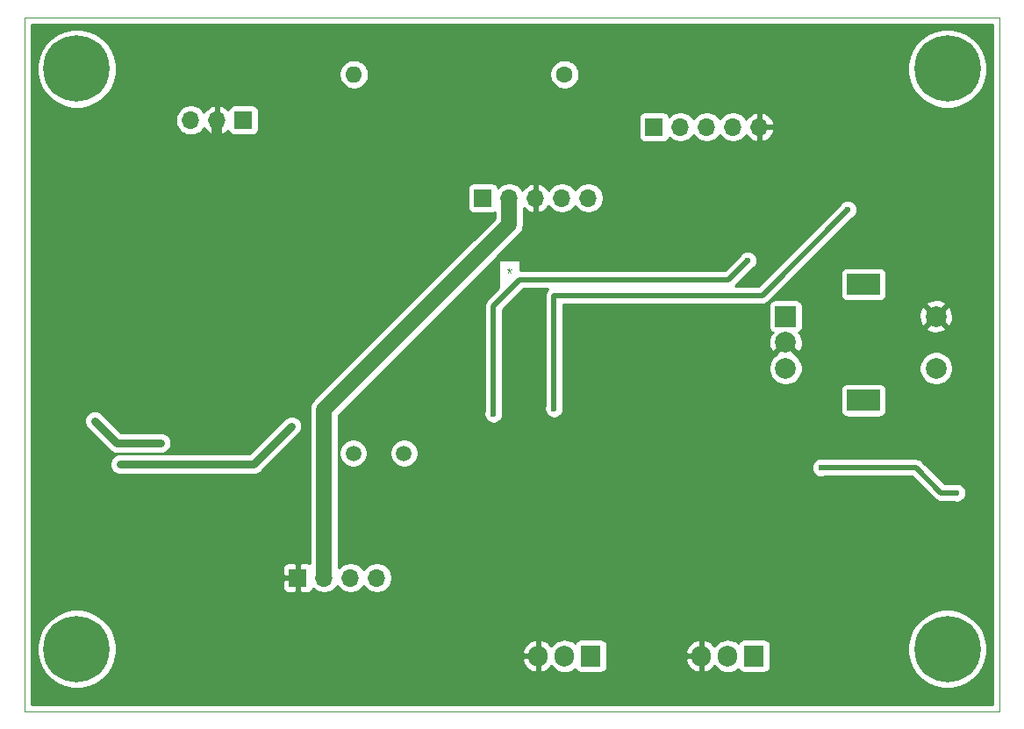
<source format=gbr>
G04 #@! TF.GenerationSoftware,KiCad,Pcbnew,5.1.5*
G04 #@! TF.CreationDate,2019-12-15T00:46:23+02:00*
G04 #@! TF.ProjectId,hakko_907,68616b6b-6f5f-4393-9037-2e6b69636164,rev?*
G04 #@! TF.SameCoordinates,Original*
G04 #@! TF.FileFunction,Copper,L2,Bot*
G04 #@! TF.FilePolarity,Positive*
%FSLAX46Y46*%
G04 Gerber Fmt 4.6, Leading zero omitted, Abs format (unit mm)*
G04 Created by KiCad (PCBNEW 5.1.5) date 2019-12-15 00:46:23*
%MOMM*%
%LPD*%
G04 APERTURE LIST*
%ADD10C,0.100000*%
%ADD11C,0.050000*%
%ADD12C,1.500000*%
%ADD13R,2.000000X2.000000*%
%ADD14C,2.000000*%
%ADD15R,3.200000X2.000000*%
%ADD16O,1.600000X1.600000*%
%ADD17C,1.600000*%
%ADD18O,1.905000X2.000000*%
%ADD19R,1.905000X2.000000*%
%ADD20O,1.700000X1.700000*%
%ADD21R,1.700000X1.700000*%
%ADD22C,6.400000*%
%ADD23C,0.800000*%
%ADD24C,0.600000*%
%ADD25C,1.000000*%
%ADD26C,0.750000*%
%ADD27C,0.500000*%
%ADD28C,1.500000*%
%ADD29C,0.254000*%
G04 APERTURE END LIST*
D10*
X111000000Y-118000000D02*
X111000000Y-51054000D01*
X111000000Y-51054000D02*
X205000000Y-51054000D01*
X205000000Y-118000000D02*
X111000000Y-118000000D01*
X205000000Y-51054000D02*
X205000000Y-118000000D01*
D11*
X157734000Y-75237580D02*
X157734000Y-75475676D01*
X157495904Y-75380438D02*
X157734000Y-75475676D01*
X157972095Y-75380438D01*
X157591142Y-75666152D02*
X157734000Y-75475676D01*
X157876857Y-75666152D01*
D12*
X142694000Y-93108000D03*
X147574000Y-93108000D03*
D13*
X184404000Y-79900000D03*
D14*
X184404000Y-82400000D03*
X184404000Y-84900000D03*
D15*
X191904000Y-76800000D03*
X191904000Y-88000000D03*
D14*
X198904000Y-79900000D03*
X198904000Y-84900000D03*
D16*
X142748000Y-56532000D03*
D17*
X163068000Y-56532000D03*
D18*
X176276000Y-112666000D03*
X178816000Y-112666000D03*
D19*
X181356000Y-112666000D03*
D18*
X160528000Y-112666000D03*
X163068000Y-112666000D03*
D19*
X165608000Y-112666000D03*
D20*
X181864000Y-61612000D03*
X179324000Y-61612000D03*
X176784000Y-61612000D03*
X174244000Y-61612000D03*
D21*
X171704000Y-61612000D03*
D20*
X165354000Y-68470000D03*
X162814000Y-68470000D03*
X160274000Y-68470000D03*
X157734000Y-68470000D03*
D21*
X155194000Y-68470000D03*
D22*
X200000000Y-112000000D03*
D23*
X202400000Y-112000000D03*
X201697056Y-113697056D03*
X200000000Y-114400000D03*
X198302944Y-113697056D03*
X197600000Y-112000000D03*
X198302944Y-110302944D03*
X200000000Y-109600000D03*
X201697056Y-110302944D03*
X201697056Y-54302944D03*
X200000000Y-53600000D03*
X198302944Y-54302944D03*
X197600000Y-56000000D03*
X198302944Y-57697056D03*
X200000000Y-58400000D03*
X201697056Y-57697056D03*
X202400000Y-56000000D03*
D22*
X200000000Y-56000000D03*
X116000000Y-112000000D03*
D23*
X118400000Y-112000000D03*
X117697056Y-113697056D03*
X116000000Y-114400000D03*
X114302944Y-113697056D03*
X113600000Y-112000000D03*
X114302944Y-110302944D03*
X116000000Y-109600000D03*
X117697056Y-110302944D03*
X117697056Y-54302944D03*
X116000000Y-53600000D03*
X114302944Y-54302944D03*
X113600000Y-56000000D03*
X114302944Y-57697056D03*
X116000000Y-58400000D03*
X117697056Y-57697056D03*
X118400000Y-56000000D03*
D22*
X116000000Y-56000000D03*
D20*
X144952720Y-105130600D03*
X142412720Y-105130600D03*
X139872720Y-105130600D03*
D21*
X137332720Y-105130600D03*
X132080000Y-60960000D03*
D20*
X129540000Y-60960000D03*
X127000000Y-60960000D03*
D24*
X180594000Y-96410000D03*
X123998000Y-68000000D03*
X175748000Y-89750000D03*
X197104000Y-98106000D03*
X120167000Y-94169000D03*
X136748000Y-90500000D03*
X187819000Y-94491000D03*
X200914000Y-96918000D03*
X124133000Y-92115000D03*
X117748000Y-90000000D03*
X156210000Y-89298000D03*
X180748000Y-74500000D03*
X162052000Y-88790000D03*
X190400000Y-69600000D03*
D25*
X123998000Y-68000000D02*
X125998000Y-68000000D01*
X129540000Y-64458000D02*
X129540000Y-60960000D01*
X125998000Y-68000000D02*
X129540000Y-64458000D01*
D26*
X120167000Y-94169000D02*
X133079000Y-94169000D01*
X133079000Y-94169000D02*
X136748000Y-90500000D01*
D27*
X187819000Y-94491000D02*
X196963000Y-94491000D01*
X196963000Y-94491000D02*
X199390000Y-96918000D01*
X199390000Y-96918000D02*
X200914000Y-96918000D01*
X200914000Y-96918000D02*
X200914000Y-96918000D01*
D28*
X139872720Y-105130600D02*
X139872720Y-88875280D01*
X157734000Y-71014000D02*
X157734000Y-68470000D01*
X139872720Y-88875280D02*
X157734000Y-71014000D01*
D26*
X124133000Y-92115000D02*
X119863000Y-92115000D01*
X119863000Y-92115000D02*
X117748000Y-90000000D01*
D27*
X178562000Y-76344000D02*
X158750000Y-76344000D01*
X158750000Y-76344000D02*
X156210000Y-78884000D01*
X156210000Y-78884000D02*
X156210000Y-89044000D01*
X156210000Y-89044000D02*
X156210000Y-89298000D01*
X156210000Y-89298000D02*
X156210000Y-89298000D01*
X178562000Y-76344000D02*
X178904000Y-76344000D01*
X178904000Y-76344000D02*
X180748000Y-74500000D01*
X180748000Y-74500000D02*
X180748000Y-74500000D01*
X180748000Y-74500000D02*
X180748000Y-74500000D01*
X162052000Y-77868000D02*
X162052000Y-88790000D01*
X179578000Y-77868000D02*
X162052000Y-77868000D01*
X162052000Y-88790000D02*
X162052000Y-88790000D01*
X162052000Y-88790000D02*
X162052000Y-88790000D01*
X179578000Y-77868000D02*
X182132000Y-77868000D01*
X182132000Y-77868000D02*
X190400000Y-69600000D01*
X190400000Y-69600000D02*
X190400000Y-69600000D01*
D29*
G36*
X204315001Y-117315000D02*
G01*
X111685000Y-117315000D01*
X111685000Y-111622285D01*
X112165000Y-111622285D01*
X112165000Y-112377715D01*
X112312377Y-113118628D01*
X112601467Y-113816554D01*
X113021161Y-114444670D01*
X113555330Y-114978839D01*
X114183446Y-115398533D01*
X114881372Y-115687623D01*
X115622285Y-115835000D01*
X116377715Y-115835000D01*
X117118628Y-115687623D01*
X117816554Y-115398533D01*
X118444670Y-114978839D01*
X118978839Y-114444670D01*
X119398533Y-113816554D01*
X119687623Y-113118628D01*
X119703290Y-113039863D01*
X158975622Y-113039863D01*
X159069121Y-113336446D01*
X159218684Y-113609089D01*
X159418563Y-113847315D01*
X159661077Y-114041969D01*
X159936906Y-114185571D01*
X160155020Y-114256563D01*
X160401000Y-114136594D01*
X160401000Y-112793000D01*
X159102430Y-112793000D01*
X158975622Y-113039863D01*
X119703290Y-113039863D01*
X119835000Y-112377715D01*
X119835000Y-112292137D01*
X158975622Y-112292137D01*
X159102430Y-112539000D01*
X160401000Y-112539000D01*
X160401000Y-111195406D01*
X160655000Y-111195406D01*
X160655000Y-112539000D01*
X160675000Y-112539000D01*
X160675000Y-112793000D01*
X160655000Y-112793000D01*
X160655000Y-114136594D01*
X160900980Y-114256563D01*
X161119094Y-114185571D01*
X161394923Y-114041969D01*
X161637437Y-113847315D01*
X161792838Y-113662100D01*
X161940037Y-113841463D01*
X162181765Y-114039845D01*
X162457551Y-114187255D01*
X162756796Y-114278030D01*
X163068000Y-114308681D01*
X163379203Y-114278030D01*
X163678448Y-114187255D01*
X163954234Y-114039845D01*
X164080095Y-113936553D01*
X164124963Y-114020494D01*
X164204315Y-114117185D01*
X164301006Y-114196537D01*
X164411320Y-114255502D01*
X164531018Y-114291812D01*
X164655500Y-114304072D01*
X166560500Y-114304072D01*
X166684982Y-114291812D01*
X166804680Y-114255502D01*
X166914994Y-114196537D01*
X167011685Y-114117185D01*
X167091037Y-114020494D01*
X167150002Y-113910180D01*
X167186312Y-113790482D01*
X167198572Y-113666000D01*
X167198572Y-113039863D01*
X174723622Y-113039863D01*
X174817121Y-113336446D01*
X174966684Y-113609089D01*
X175166563Y-113847315D01*
X175409077Y-114041969D01*
X175684906Y-114185571D01*
X175903020Y-114256563D01*
X176149000Y-114136594D01*
X176149000Y-112793000D01*
X174850430Y-112793000D01*
X174723622Y-113039863D01*
X167198572Y-113039863D01*
X167198572Y-112292137D01*
X174723622Y-112292137D01*
X174850430Y-112539000D01*
X176149000Y-112539000D01*
X176149000Y-111195406D01*
X176403000Y-111195406D01*
X176403000Y-112539000D01*
X176423000Y-112539000D01*
X176423000Y-112793000D01*
X176403000Y-112793000D01*
X176403000Y-114136594D01*
X176648980Y-114256563D01*
X176867094Y-114185571D01*
X177142923Y-114041969D01*
X177385437Y-113847315D01*
X177540838Y-113662100D01*
X177688037Y-113841463D01*
X177929765Y-114039845D01*
X178205551Y-114187255D01*
X178504796Y-114278030D01*
X178816000Y-114308681D01*
X179127203Y-114278030D01*
X179426448Y-114187255D01*
X179702234Y-114039845D01*
X179828095Y-113936553D01*
X179872963Y-114020494D01*
X179952315Y-114117185D01*
X180049006Y-114196537D01*
X180159320Y-114255502D01*
X180279018Y-114291812D01*
X180403500Y-114304072D01*
X182308500Y-114304072D01*
X182432982Y-114291812D01*
X182552680Y-114255502D01*
X182662994Y-114196537D01*
X182759685Y-114117185D01*
X182839037Y-114020494D01*
X182898002Y-113910180D01*
X182934312Y-113790482D01*
X182946572Y-113666000D01*
X182946572Y-111666000D01*
X182942267Y-111622285D01*
X196165000Y-111622285D01*
X196165000Y-112377715D01*
X196312377Y-113118628D01*
X196601467Y-113816554D01*
X197021161Y-114444670D01*
X197555330Y-114978839D01*
X198183446Y-115398533D01*
X198881372Y-115687623D01*
X199622285Y-115835000D01*
X200377715Y-115835000D01*
X201118628Y-115687623D01*
X201816554Y-115398533D01*
X202444670Y-114978839D01*
X202978839Y-114444670D01*
X203398533Y-113816554D01*
X203687623Y-113118628D01*
X203835000Y-112377715D01*
X203835000Y-111622285D01*
X203687623Y-110881372D01*
X203398533Y-110183446D01*
X202978839Y-109555330D01*
X202444670Y-109021161D01*
X201816554Y-108601467D01*
X201118628Y-108312377D01*
X200377715Y-108165000D01*
X199622285Y-108165000D01*
X198881372Y-108312377D01*
X198183446Y-108601467D01*
X197555330Y-109021161D01*
X197021161Y-109555330D01*
X196601467Y-110183446D01*
X196312377Y-110881372D01*
X196165000Y-111622285D01*
X182942267Y-111622285D01*
X182934312Y-111541518D01*
X182898002Y-111421820D01*
X182839037Y-111311506D01*
X182759685Y-111214815D01*
X182662994Y-111135463D01*
X182552680Y-111076498D01*
X182432982Y-111040188D01*
X182308500Y-111027928D01*
X180403500Y-111027928D01*
X180279018Y-111040188D01*
X180159320Y-111076498D01*
X180049006Y-111135463D01*
X179952315Y-111214815D01*
X179872963Y-111311506D01*
X179828095Y-111395446D01*
X179702235Y-111292155D01*
X179426449Y-111144745D01*
X179127204Y-111053970D01*
X178816000Y-111023319D01*
X178504797Y-111053970D01*
X178205552Y-111144745D01*
X177929766Y-111292155D01*
X177688037Y-111490537D01*
X177540837Y-111669899D01*
X177385437Y-111484685D01*
X177142923Y-111290031D01*
X176867094Y-111146429D01*
X176648980Y-111075437D01*
X176403000Y-111195406D01*
X176149000Y-111195406D01*
X175903020Y-111075437D01*
X175684906Y-111146429D01*
X175409077Y-111290031D01*
X175166563Y-111484685D01*
X174966684Y-111722911D01*
X174817121Y-111995554D01*
X174723622Y-112292137D01*
X167198572Y-112292137D01*
X167198572Y-111666000D01*
X167186312Y-111541518D01*
X167150002Y-111421820D01*
X167091037Y-111311506D01*
X167011685Y-111214815D01*
X166914994Y-111135463D01*
X166804680Y-111076498D01*
X166684982Y-111040188D01*
X166560500Y-111027928D01*
X164655500Y-111027928D01*
X164531018Y-111040188D01*
X164411320Y-111076498D01*
X164301006Y-111135463D01*
X164204315Y-111214815D01*
X164124963Y-111311506D01*
X164080095Y-111395446D01*
X163954235Y-111292155D01*
X163678449Y-111144745D01*
X163379204Y-111053970D01*
X163068000Y-111023319D01*
X162756797Y-111053970D01*
X162457552Y-111144745D01*
X162181766Y-111292155D01*
X161940037Y-111490537D01*
X161792837Y-111669899D01*
X161637437Y-111484685D01*
X161394923Y-111290031D01*
X161119094Y-111146429D01*
X160900980Y-111075437D01*
X160655000Y-111195406D01*
X160401000Y-111195406D01*
X160155020Y-111075437D01*
X159936906Y-111146429D01*
X159661077Y-111290031D01*
X159418563Y-111484685D01*
X159218684Y-111722911D01*
X159069121Y-111995554D01*
X158975622Y-112292137D01*
X119835000Y-112292137D01*
X119835000Y-111622285D01*
X119687623Y-110881372D01*
X119398533Y-110183446D01*
X118978839Y-109555330D01*
X118444670Y-109021161D01*
X117816554Y-108601467D01*
X117118628Y-108312377D01*
X116377715Y-108165000D01*
X115622285Y-108165000D01*
X114881372Y-108312377D01*
X114183446Y-108601467D01*
X113555330Y-109021161D01*
X113021161Y-109555330D01*
X112601467Y-110183446D01*
X112312377Y-110881372D01*
X112165000Y-111622285D01*
X111685000Y-111622285D01*
X111685000Y-105980600D01*
X135844648Y-105980600D01*
X135856908Y-106105082D01*
X135893218Y-106224780D01*
X135952183Y-106335094D01*
X136031535Y-106431785D01*
X136128226Y-106511137D01*
X136238540Y-106570102D01*
X136358238Y-106606412D01*
X136482720Y-106618672D01*
X137046970Y-106615600D01*
X137205720Y-106456850D01*
X137205720Y-105257600D01*
X136006470Y-105257600D01*
X135847720Y-105416350D01*
X135844648Y-105980600D01*
X111685000Y-105980600D01*
X111685000Y-104280600D01*
X135844648Y-104280600D01*
X135847720Y-104844850D01*
X136006470Y-105003600D01*
X137205720Y-105003600D01*
X137205720Y-103804350D01*
X137459720Y-103804350D01*
X137459720Y-105003600D01*
X137479720Y-105003600D01*
X137479720Y-105257600D01*
X137459720Y-105257600D01*
X137459720Y-106456850D01*
X137618470Y-106615600D01*
X138182720Y-106618672D01*
X138307202Y-106606412D01*
X138426900Y-106570102D01*
X138537214Y-106511137D01*
X138633905Y-106431785D01*
X138713257Y-106335094D01*
X138772222Y-106224780D01*
X138794233Y-106152220D01*
X138926088Y-106284075D01*
X139169309Y-106446590D01*
X139439562Y-106558532D01*
X139726460Y-106615600D01*
X140018980Y-106615600D01*
X140305878Y-106558532D01*
X140576131Y-106446590D01*
X140819352Y-106284075D01*
X141026195Y-106077232D01*
X141142720Y-105902840D01*
X141259245Y-106077232D01*
X141466088Y-106284075D01*
X141709309Y-106446590D01*
X141979562Y-106558532D01*
X142266460Y-106615600D01*
X142558980Y-106615600D01*
X142845878Y-106558532D01*
X143116131Y-106446590D01*
X143359352Y-106284075D01*
X143566195Y-106077232D01*
X143682720Y-105902840D01*
X143799245Y-106077232D01*
X144006088Y-106284075D01*
X144249309Y-106446590D01*
X144519562Y-106558532D01*
X144806460Y-106615600D01*
X145098980Y-106615600D01*
X145385878Y-106558532D01*
X145656131Y-106446590D01*
X145899352Y-106284075D01*
X146106195Y-106077232D01*
X146268710Y-105834011D01*
X146380652Y-105563758D01*
X146437720Y-105276860D01*
X146437720Y-104984340D01*
X146380652Y-104697442D01*
X146268710Y-104427189D01*
X146106195Y-104183968D01*
X145899352Y-103977125D01*
X145656131Y-103814610D01*
X145385878Y-103702668D01*
X145098980Y-103645600D01*
X144806460Y-103645600D01*
X144519562Y-103702668D01*
X144249309Y-103814610D01*
X144006088Y-103977125D01*
X143799245Y-104183968D01*
X143682720Y-104358360D01*
X143566195Y-104183968D01*
X143359352Y-103977125D01*
X143116131Y-103814610D01*
X142845878Y-103702668D01*
X142558980Y-103645600D01*
X142266460Y-103645600D01*
X141979562Y-103702668D01*
X141709309Y-103814610D01*
X141466088Y-103977125D01*
X141259245Y-104183968D01*
X141257720Y-104186250D01*
X141257720Y-92971589D01*
X141309000Y-92971589D01*
X141309000Y-93244411D01*
X141362225Y-93511989D01*
X141466629Y-93764043D01*
X141618201Y-93990886D01*
X141811114Y-94183799D01*
X142037957Y-94335371D01*
X142290011Y-94439775D01*
X142557589Y-94493000D01*
X142830411Y-94493000D01*
X143097989Y-94439775D01*
X143350043Y-94335371D01*
X143576886Y-94183799D01*
X143769799Y-93990886D01*
X143921371Y-93764043D01*
X144025775Y-93511989D01*
X144079000Y-93244411D01*
X144079000Y-92971589D01*
X146189000Y-92971589D01*
X146189000Y-93244411D01*
X146242225Y-93511989D01*
X146346629Y-93764043D01*
X146498201Y-93990886D01*
X146691114Y-94183799D01*
X146917957Y-94335371D01*
X147170011Y-94439775D01*
X147437589Y-94493000D01*
X147710411Y-94493000D01*
X147977989Y-94439775D01*
X148076643Y-94398911D01*
X186884000Y-94398911D01*
X186884000Y-94583089D01*
X186919932Y-94763729D01*
X186990414Y-94933889D01*
X187092738Y-95087028D01*
X187222972Y-95217262D01*
X187376111Y-95319586D01*
X187546271Y-95390068D01*
X187726911Y-95426000D01*
X187911089Y-95426000D01*
X188091729Y-95390068D01*
X188125692Y-95376000D01*
X196596422Y-95376000D01*
X198733470Y-97513049D01*
X198761183Y-97546817D01*
X198794951Y-97574530D01*
X198794953Y-97574532D01*
X198866452Y-97633210D01*
X198895941Y-97657411D01*
X199049687Y-97739589D01*
X199216510Y-97790195D01*
X199346523Y-97803000D01*
X199346533Y-97803000D01*
X199389999Y-97807281D01*
X199433465Y-97803000D01*
X200607308Y-97803000D01*
X200641271Y-97817068D01*
X200821911Y-97853000D01*
X201006089Y-97853000D01*
X201186729Y-97817068D01*
X201356889Y-97746586D01*
X201510028Y-97644262D01*
X201640262Y-97514028D01*
X201742586Y-97360889D01*
X201813068Y-97190729D01*
X201849000Y-97010089D01*
X201849000Y-96825911D01*
X201813068Y-96645271D01*
X201742586Y-96475111D01*
X201640262Y-96321972D01*
X201510028Y-96191738D01*
X201356889Y-96089414D01*
X201186729Y-96018932D01*
X201006089Y-95983000D01*
X200821911Y-95983000D01*
X200641271Y-96018932D01*
X200607308Y-96033000D01*
X199756579Y-96033000D01*
X197619534Y-93895956D01*
X197591817Y-93862183D01*
X197457059Y-93751589D01*
X197303313Y-93669411D01*
X197136490Y-93618805D01*
X197006477Y-93606000D01*
X197006469Y-93606000D01*
X196963000Y-93601719D01*
X196919531Y-93606000D01*
X188125692Y-93606000D01*
X188091729Y-93591932D01*
X187911089Y-93556000D01*
X187726911Y-93556000D01*
X187546271Y-93591932D01*
X187376111Y-93662414D01*
X187222972Y-93764738D01*
X187092738Y-93894972D01*
X186990414Y-94048111D01*
X186919932Y-94218271D01*
X186884000Y-94398911D01*
X148076643Y-94398911D01*
X148230043Y-94335371D01*
X148456886Y-94183799D01*
X148649799Y-93990886D01*
X148801371Y-93764043D01*
X148905775Y-93511989D01*
X148959000Y-93244411D01*
X148959000Y-92971589D01*
X148905775Y-92704011D01*
X148801371Y-92451957D01*
X148649799Y-92225114D01*
X148456886Y-92032201D01*
X148230043Y-91880629D01*
X147977989Y-91776225D01*
X147710411Y-91723000D01*
X147437589Y-91723000D01*
X147170011Y-91776225D01*
X146917957Y-91880629D01*
X146691114Y-92032201D01*
X146498201Y-92225114D01*
X146346629Y-92451957D01*
X146242225Y-92704011D01*
X146189000Y-92971589D01*
X144079000Y-92971589D01*
X144025775Y-92704011D01*
X143921371Y-92451957D01*
X143769799Y-92225114D01*
X143576886Y-92032201D01*
X143350043Y-91880629D01*
X143097989Y-91776225D01*
X142830411Y-91723000D01*
X142557589Y-91723000D01*
X142290011Y-91776225D01*
X142037957Y-91880629D01*
X141811114Y-92032201D01*
X141618201Y-92225114D01*
X141466629Y-92451957D01*
X141362225Y-92704011D01*
X141309000Y-92971589D01*
X141257720Y-92971589D01*
X141257720Y-89448965D01*
X141500774Y-89205911D01*
X155275000Y-89205911D01*
X155275000Y-89390089D01*
X155310932Y-89570729D01*
X155381414Y-89740889D01*
X155483738Y-89894028D01*
X155613972Y-90024262D01*
X155767111Y-90126586D01*
X155937271Y-90197068D01*
X156117911Y-90233000D01*
X156302089Y-90233000D01*
X156482729Y-90197068D01*
X156652889Y-90126586D01*
X156806028Y-90024262D01*
X156936262Y-89894028D01*
X157038586Y-89740889D01*
X157109068Y-89570729D01*
X157145000Y-89390089D01*
X157145000Y-89205911D01*
X157109068Y-89025271D01*
X157095000Y-88991308D01*
X157095000Y-79250578D01*
X159116579Y-77229000D01*
X161435591Y-77229000D01*
X161423183Y-77239183D01*
X161312589Y-77373941D01*
X161230411Y-77527687D01*
X161179805Y-77694510D01*
X161162718Y-77868000D01*
X161167000Y-77911477D01*
X161167001Y-88483305D01*
X161152932Y-88517271D01*
X161117000Y-88697911D01*
X161117000Y-88882089D01*
X161152932Y-89062729D01*
X161223414Y-89232889D01*
X161325738Y-89386028D01*
X161455972Y-89516262D01*
X161609111Y-89618586D01*
X161779271Y-89689068D01*
X161959911Y-89725000D01*
X162144089Y-89725000D01*
X162324729Y-89689068D01*
X162494889Y-89618586D01*
X162648028Y-89516262D01*
X162778262Y-89386028D01*
X162880586Y-89232889D01*
X162951068Y-89062729D01*
X162987000Y-88882089D01*
X162987000Y-88697911D01*
X162951068Y-88517271D01*
X162937000Y-88483308D01*
X162937000Y-87000000D01*
X189665928Y-87000000D01*
X189665928Y-89000000D01*
X189678188Y-89124482D01*
X189714498Y-89244180D01*
X189773463Y-89354494D01*
X189852815Y-89451185D01*
X189949506Y-89530537D01*
X190059820Y-89589502D01*
X190179518Y-89625812D01*
X190304000Y-89638072D01*
X193504000Y-89638072D01*
X193628482Y-89625812D01*
X193748180Y-89589502D01*
X193858494Y-89530537D01*
X193955185Y-89451185D01*
X194034537Y-89354494D01*
X194093502Y-89244180D01*
X194129812Y-89124482D01*
X194142072Y-89000000D01*
X194142072Y-87000000D01*
X194129812Y-86875518D01*
X194093502Y-86755820D01*
X194034537Y-86645506D01*
X193955185Y-86548815D01*
X193858494Y-86469463D01*
X193748180Y-86410498D01*
X193628482Y-86374188D01*
X193504000Y-86361928D01*
X190304000Y-86361928D01*
X190179518Y-86374188D01*
X190059820Y-86410498D01*
X189949506Y-86469463D01*
X189852815Y-86548815D01*
X189773463Y-86645506D01*
X189714498Y-86755820D01*
X189678188Y-86875518D01*
X189665928Y-87000000D01*
X162937000Y-87000000D01*
X162937000Y-84738967D01*
X182769000Y-84738967D01*
X182769000Y-85061033D01*
X182831832Y-85376912D01*
X182955082Y-85674463D01*
X183134013Y-85942252D01*
X183361748Y-86169987D01*
X183629537Y-86348918D01*
X183927088Y-86472168D01*
X184242967Y-86535000D01*
X184565033Y-86535000D01*
X184880912Y-86472168D01*
X185178463Y-86348918D01*
X185446252Y-86169987D01*
X185673987Y-85942252D01*
X185852918Y-85674463D01*
X185976168Y-85376912D01*
X186039000Y-85061033D01*
X186039000Y-84738967D01*
X197269000Y-84738967D01*
X197269000Y-85061033D01*
X197331832Y-85376912D01*
X197455082Y-85674463D01*
X197634013Y-85942252D01*
X197861748Y-86169987D01*
X198129537Y-86348918D01*
X198427088Y-86472168D01*
X198742967Y-86535000D01*
X199065033Y-86535000D01*
X199380912Y-86472168D01*
X199678463Y-86348918D01*
X199946252Y-86169987D01*
X200173987Y-85942252D01*
X200352918Y-85674463D01*
X200476168Y-85376912D01*
X200539000Y-85061033D01*
X200539000Y-84738967D01*
X200476168Y-84423088D01*
X200352918Y-84125537D01*
X200173987Y-83857748D01*
X199946252Y-83630013D01*
X199678463Y-83451082D01*
X199380912Y-83327832D01*
X199065033Y-83265000D01*
X198742967Y-83265000D01*
X198427088Y-83327832D01*
X198129537Y-83451082D01*
X197861748Y-83630013D01*
X197634013Y-83857748D01*
X197455082Y-84125537D01*
X197331832Y-84423088D01*
X197269000Y-84738967D01*
X186039000Y-84738967D01*
X185976168Y-84423088D01*
X185852918Y-84125537D01*
X185673987Y-83857748D01*
X185446252Y-83630013D01*
X185349065Y-83565075D01*
X185359808Y-83535413D01*
X184404000Y-82579605D01*
X183448192Y-83535413D01*
X183458935Y-83565075D01*
X183361748Y-83630013D01*
X183134013Y-83857748D01*
X182955082Y-84125537D01*
X182831832Y-84423088D01*
X182769000Y-84738967D01*
X162937000Y-84738967D01*
X162937000Y-82462595D01*
X182762282Y-82462595D01*
X182806039Y-82781675D01*
X182911205Y-83086088D01*
X183004186Y-83260044D01*
X183268587Y-83355808D01*
X184224395Y-82400000D01*
X184210253Y-82385858D01*
X184389858Y-82206253D01*
X184404000Y-82220395D01*
X184418143Y-82206253D01*
X184597748Y-82385858D01*
X184583605Y-82400000D01*
X185539413Y-83355808D01*
X185803814Y-83260044D01*
X185944704Y-82970429D01*
X186026384Y-82658892D01*
X186045718Y-82337405D01*
X186001961Y-82018325D01*
X185896795Y-81713912D01*
X185803814Y-81539956D01*
X185654777Y-81485976D01*
X185758494Y-81430537D01*
X185855185Y-81351185D01*
X185934537Y-81254494D01*
X185993502Y-81144180D01*
X186026496Y-81035413D01*
X197948192Y-81035413D01*
X198043956Y-81299814D01*
X198333571Y-81440704D01*
X198645108Y-81522384D01*
X198966595Y-81541718D01*
X199285675Y-81497961D01*
X199590088Y-81392795D01*
X199764044Y-81299814D01*
X199859808Y-81035413D01*
X198904000Y-80079605D01*
X197948192Y-81035413D01*
X186026496Y-81035413D01*
X186029812Y-81024482D01*
X186042072Y-80900000D01*
X186042072Y-79962595D01*
X197262282Y-79962595D01*
X197306039Y-80281675D01*
X197411205Y-80586088D01*
X197504186Y-80760044D01*
X197768587Y-80855808D01*
X198724395Y-79900000D01*
X199083605Y-79900000D01*
X200039413Y-80855808D01*
X200303814Y-80760044D01*
X200444704Y-80470429D01*
X200526384Y-80158892D01*
X200545718Y-79837405D01*
X200501961Y-79518325D01*
X200396795Y-79213912D01*
X200303814Y-79039956D01*
X200039413Y-78944192D01*
X199083605Y-79900000D01*
X198724395Y-79900000D01*
X197768587Y-78944192D01*
X197504186Y-79039956D01*
X197363296Y-79329571D01*
X197281616Y-79641108D01*
X197262282Y-79962595D01*
X186042072Y-79962595D01*
X186042072Y-78900000D01*
X186029812Y-78775518D01*
X186026497Y-78764587D01*
X197948192Y-78764587D01*
X198904000Y-79720395D01*
X199859808Y-78764587D01*
X199764044Y-78500186D01*
X199474429Y-78359296D01*
X199162892Y-78277616D01*
X198841405Y-78258282D01*
X198522325Y-78302039D01*
X198217912Y-78407205D01*
X198043956Y-78500186D01*
X197948192Y-78764587D01*
X186026497Y-78764587D01*
X185993502Y-78655820D01*
X185934537Y-78545506D01*
X185855185Y-78448815D01*
X185758494Y-78369463D01*
X185648180Y-78310498D01*
X185528482Y-78274188D01*
X185404000Y-78261928D01*
X183404000Y-78261928D01*
X183279518Y-78274188D01*
X183159820Y-78310498D01*
X183049506Y-78369463D01*
X182952815Y-78448815D01*
X182873463Y-78545506D01*
X182814498Y-78655820D01*
X182778188Y-78775518D01*
X182765928Y-78900000D01*
X182765928Y-80900000D01*
X182778188Y-81024482D01*
X182814498Y-81144180D01*
X182873463Y-81254494D01*
X182952815Y-81351185D01*
X183049506Y-81430537D01*
X183153223Y-81485976D01*
X183004186Y-81539956D01*
X182863296Y-81829571D01*
X182781616Y-82141108D01*
X182762282Y-82462595D01*
X162937000Y-82462595D01*
X162937000Y-78753000D01*
X182088531Y-78753000D01*
X182132000Y-78757281D01*
X182175469Y-78753000D01*
X182175477Y-78753000D01*
X182305490Y-78740195D01*
X182472313Y-78689589D01*
X182626059Y-78607411D01*
X182760817Y-78496817D01*
X182788534Y-78463044D01*
X185451578Y-75800000D01*
X189665928Y-75800000D01*
X189665928Y-77800000D01*
X189678188Y-77924482D01*
X189714498Y-78044180D01*
X189773463Y-78154494D01*
X189852815Y-78251185D01*
X189949506Y-78330537D01*
X190059820Y-78389502D01*
X190179518Y-78425812D01*
X190304000Y-78438072D01*
X193504000Y-78438072D01*
X193628482Y-78425812D01*
X193748180Y-78389502D01*
X193858494Y-78330537D01*
X193955185Y-78251185D01*
X194034537Y-78154494D01*
X194093502Y-78044180D01*
X194129812Y-77924482D01*
X194142072Y-77800000D01*
X194142072Y-75800000D01*
X194129812Y-75675518D01*
X194093502Y-75555820D01*
X194034537Y-75445506D01*
X193955185Y-75348815D01*
X193858494Y-75269463D01*
X193748180Y-75210498D01*
X193628482Y-75174188D01*
X193504000Y-75161928D01*
X190304000Y-75161928D01*
X190179518Y-75174188D01*
X190059820Y-75210498D01*
X189949506Y-75269463D01*
X189852815Y-75348815D01*
X189773463Y-75445506D01*
X189714498Y-75555820D01*
X189678188Y-75675518D01*
X189665928Y-75800000D01*
X185451578Y-75800000D01*
X190808925Y-70442654D01*
X190842889Y-70428586D01*
X190996028Y-70326262D01*
X191126262Y-70196028D01*
X191228586Y-70042889D01*
X191299068Y-69872729D01*
X191335000Y-69692089D01*
X191335000Y-69507911D01*
X191299068Y-69327271D01*
X191228586Y-69157111D01*
X191126262Y-69003972D01*
X190996028Y-68873738D01*
X190842889Y-68771414D01*
X190672729Y-68700932D01*
X190492089Y-68665000D01*
X190307911Y-68665000D01*
X190127271Y-68700932D01*
X189957111Y-68771414D01*
X189803972Y-68873738D01*
X189673738Y-69003972D01*
X189571414Y-69157111D01*
X189557346Y-69191075D01*
X181765422Y-76983000D01*
X179520409Y-76983000D01*
X179532817Y-76972817D01*
X179560534Y-76939044D01*
X181156924Y-75342654D01*
X181190889Y-75328586D01*
X181344028Y-75226262D01*
X181474262Y-75096028D01*
X181576586Y-74942889D01*
X181647068Y-74772729D01*
X181683000Y-74592089D01*
X181683000Y-74407911D01*
X181647068Y-74227271D01*
X181576586Y-74057111D01*
X181474262Y-73903972D01*
X181344028Y-73773738D01*
X181190889Y-73671414D01*
X181020729Y-73600932D01*
X180840089Y-73565000D01*
X180655911Y-73565000D01*
X180475271Y-73600932D01*
X180305111Y-73671414D01*
X180151972Y-73773738D01*
X180021738Y-73903972D01*
X179919414Y-74057111D01*
X179905346Y-74091076D01*
X178537422Y-75459000D01*
X158793465Y-75459000D01*
X158774953Y-75457177D01*
X158774953Y-74417700D01*
X156693048Y-74417700D01*
X156693048Y-77149374D01*
X155614956Y-78227466D01*
X155581183Y-78255183D01*
X155470589Y-78389942D01*
X155388411Y-78543688D01*
X155337805Y-78710511D01*
X155325000Y-78840524D01*
X155325000Y-78840531D01*
X155320719Y-78884000D01*
X155325000Y-78927469D01*
X155325001Y-88991305D01*
X155310932Y-89025271D01*
X155275000Y-89205911D01*
X141500774Y-89205911D01*
X158665241Y-72041445D01*
X158718080Y-71998081D01*
X158761445Y-71945241D01*
X158761452Y-71945234D01*
X158891156Y-71787189D01*
X158891157Y-71787188D01*
X159019764Y-71546581D01*
X159098960Y-71285507D01*
X159119000Y-71082037D01*
X159119000Y-71082028D01*
X159125700Y-71014001D01*
X159119000Y-70945974D01*
X159119000Y-69395929D01*
X159273731Y-69567588D01*
X159507080Y-69741641D01*
X159769901Y-69866825D01*
X159917110Y-69911476D01*
X160147000Y-69790155D01*
X160147000Y-68597000D01*
X160127000Y-68597000D01*
X160127000Y-68343000D01*
X160147000Y-68343000D01*
X160147000Y-67149845D01*
X160401000Y-67149845D01*
X160401000Y-68343000D01*
X160421000Y-68343000D01*
X160421000Y-68597000D01*
X160401000Y-68597000D01*
X160401000Y-69790155D01*
X160630890Y-69911476D01*
X160778099Y-69866825D01*
X161040920Y-69741641D01*
X161274269Y-69567588D01*
X161469178Y-69351355D01*
X161538805Y-69234466D01*
X161660525Y-69416632D01*
X161867368Y-69623475D01*
X162110589Y-69785990D01*
X162380842Y-69897932D01*
X162667740Y-69955000D01*
X162960260Y-69955000D01*
X163247158Y-69897932D01*
X163517411Y-69785990D01*
X163760632Y-69623475D01*
X163967475Y-69416632D01*
X164084000Y-69242240D01*
X164200525Y-69416632D01*
X164407368Y-69623475D01*
X164650589Y-69785990D01*
X164920842Y-69897932D01*
X165207740Y-69955000D01*
X165500260Y-69955000D01*
X165787158Y-69897932D01*
X166057411Y-69785990D01*
X166300632Y-69623475D01*
X166507475Y-69416632D01*
X166669990Y-69173411D01*
X166781932Y-68903158D01*
X166839000Y-68616260D01*
X166839000Y-68323740D01*
X166781932Y-68036842D01*
X166669990Y-67766589D01*
X166507475Y-67523368D01*
X166300632Y-67316525D01*
X166057411Y-67154010D01*
X165787158Y-67042068D01*
X165500260Y-66985000D01*
X165207740Y-66985000D01*
X164920842Y-67042068D01*
X164650589Y-67154010D01*
X164407368Y-67316525D01*
X164200525Y-67523368D01*
X164084000Y-67697760D01*
X163967475Y-67523368D01*
X163760632Y-67316525D01*
X163517411Y-67154010D01*
X163247158Y-67042068D01*
X162960260Y-66985000D01*
X162667740Y-66985000D01*
X162380842Y-67042068D01*
X162110589Y-67154010D01*
X161867368Y-67316525D01*
X161660525Y-67523368D01*
X161538805Y-67705534D01*
X161469178Y-67588645D01*
X161274269Y-67372412D01*
X161040920Y-67198359D01*
X160778099Y-67073175D01*
X160630890Y-67028524D01*
X160401000Y-67149845D01*
X160147000Y-67149845D01*
X159917110Y-67028524D01*
X159769901Y-67073175D01*
X159507080Y-67198359D01*
X159273731Y-67372412D01*
X159078822Y-67588645D01*
X159009195Y-67705534D01*
X158887475Y-67523368D01*
X158680632Y-67316525D01*
X158437411Y-67154010D01*
X158167158Y-67042068D01*
X157880260Y-66985000D01*
X157587740Y-66985000D01*
X157300842Y-67042068D01*
X157030589Y-67154010D01*
X156787368Y-67316525D01*
X156655513Y-67448380D01*
X156633502Y-67375820D01*
X156574537Y-67265506D01*
X156495185Y-67168815D01*
X156398494Y-67089463D01*
X156288180Y-67030498D01*
X156168482Y-66994188D01*
X156044000Y-66981928D01*
X154344000Y-66981928D01*
X154219518Y-66994188D01*
X154099820Y-67030498D01*
X153989506Y-67089463D01*
X153892815Y-67168815D01*
X153813463Y-67265506D01*
X153754498Y-67375820D01*
X153718188Y-67495518D01*
X153705928Y-67620000D01*
X153705928Y-69320000D01*
X153718188Y-69444482D01*
X153754498Y-69564180D01*
X153813463Y-69674494D01*
X153892815Y-69771185D01*
X153989506Y-69850537D01*
X154099820Y-69909502D01*
X154219518Y-69945812D01*
X154344000Y-69958072D01*
X156044000Y-69958072D01*
X156168482Y-69945812D01*
X156288180Y-69909502D01*
X156349000Y-69876992D01*
X156349000Y-70440314D01*
X138941485Y-87847830D01*
X138888640Y-87891199D01*
X138845271Y-87944044D01*
X138845268Y-87944047D01*
X138715564Y-88102092D01*
X138586956Y-88342700D01*
X138507760Y-88603773D01*
X138481020Y-88875280D01*
X138487721Y-88943319D01*
X138487720Y-103723608D01*
X138426900Y-103691098D01*
X138307202Y-103654788D01*
X138182720Y-103642528D01*
X137618470Y-103645600D01*
X137459720Y-103804350D01*
X137205720Y-103804350D01*
X137046970Y-103645600D01*
X136482720Y-103642528D01*
X136358238Y-103654788D01*
X136238540Y-103691098D01*
X136128226Y-103750063D01*
X136031535Y-103829415D01*
X135952183Y-103926106D01*
X135893218Y-104036420D01*
X135856908Y-104156118D01*
X135844648Y-104280600D01*
X111685000Y-104280600D01*
X111685000Y-94169000D01*
X119152114Y-94169000D01*
X119171615Y-94366994D01*
X119229368Y-94557380D01*
X119323153Y-94732840D01*
X119449367Y-94886633D01*
X119603160Y-95012847D01*
X119778620Y-95106632D01*
X119969006Y-95164385D01*
X120117392Y-95179000D01*
X133029392Y-95179000D01*
X133079000Y-95183886D01*
X133276994Y-95164385D01*
X133467380Y-95106632D01*
X133642840Y-95012847D01*
X133796633Y-94886633D01*
X133828261Y-94848094D01*
X137497256Y-91179100D01*
X137591846Y-91063841D01*
X137685632Y-90888380D01*
X137743385Y-90697995D01*
X137762886Y-90500000D01*
X137743385Y-90302005D01*
X137685632Y-90111620D01*
X137591846Y-89936160D01*
X137465633Y-89782367D01*
X137311840Y-89656154D01*
X137136380Y-89562368D01*
X136945995Y-89504615D01*
X136748000Y-89485114D01*
X136550005Y-89504615D01*
X136359620Y-89562368D01*
X136184159Y-89656154D01*
X136068900Y-89750744D01*
X132660645Y-93159000D01*
X120117392Y-93159000D01*
X119969006Y-93173615D01*
X119778620Y-93231368D01*
X119603160Y-93325153D01*
X119449367Y-93451367D01*
X119323153Y-93605160D01*
X119229368Y-93780620D01*
X119171615Y-93971006D01*
X119152114Y-94169000D01*
X111685000Y-94169000D01*
X111685000Y-90000000D01*
X116733114Y-90000000D01*
X116752615Y-90197994D01*
X116810368Y-90388379D01*
X116904154Y-90563840D01*
X116998744Y-90679099D01*
X119113744Y-92794100D01*
X119145367Y-92832633D01*
X119299160Y-92958847D01*
X119322999Y-92971589D01*
X119474620Y-93052632D01*
X119665005Y-93110385D01*
X119863000Y-93129886D01*
X119912608Y-93125000D01*
X124182608Y-93125000D01*
X124330994Y-93110385D01*
X124521380Y-93052632D01*
X124696840Y-92958847D01*
X124850633Y-92832633D01*
X124976847Y-92678840D01*
X125070632Y-92503380D01*
X125128385Y-92312994D01*
X125147886Y-92115000D01*
X125128385Y-91917006D01*
X125070632Y-91726620D01*
X124976847Y-91551160D01*
X124850633Y-91397367D01*
X124696840Y-91271153D01*
X124521380Y-91177368D01*
X124330994Y-91119615D01*
X124182608Y-91105000D01*
X120281356Y-91105000D01*
X118427099Y-89250744D01*
X118311840Y-89156154D01*
X118136379Y-89062368D01*
X117945994Y-89004615D01*
X117748000Y-88985114D01*
X117550006Y-89004615D01*
X117359621Y-89062368D01*
X117184160Y-89156154D01*
X117030368Y-89282368D01*
X116904154Y-89436160D01*
X116810368Y-89611621D01*
X116752615Y-89802006D01*
X116733114Y-90000000D01*
X111685000Y-90000000D01*
X111685000Y-60813740D01*
X125515000Y-60813740D01*
X125515000Y-61106260D01*
X125572068Y-61393158D01*
X125684010Y-61663411D01*
X125846525Y-61906632D01*
X126053368Y-62113475D01*
X126296589Y-62275990D01*
X126566842Y-62387932D01*
X126853740Y-62445000D01*
X127146260Y-62445000D01*
X127433158Y-62387932D01*
X127703411Y-62275990D01*
X127946632Y-62113475D01*
X128153475Y-61906632D01*
X128275195Y-61724466D01*
X128344822Y-61841355D01*
X128539731Y-62057588D01*
X128773080Y-62231641D01*
X129035901Y-62356825D01*
X129183110Y-62401476D01*
X129413000Y-62280155D01*
X129413000Y-61087000D01*
X129393000Y-61087000D01*
X129393000Y-60833000D01*
X129413000Y-60833000D01*
X129413000Y-59639845D01*
X129667000Y-59639845D01*
X129667000Y-60833000D01*
X129687000Y-60833000D01*
X129687000Y-61087000D01*
X129667000Y-61087000D01*
X129667000Y-62280155D01*
X129896890Y-62401476D01*
X130044099Y-62356825D01*
X130306920Y-62231641D01*
X130540269Y-62057588D01*
X130616034Y-61973534D01*
X130640498Y-62054180D01*
X130699463Y-62164494D01*
X130778815Y-62261185D01*
X130875506Y-62340537D01*
X130985820Y-62399502D01*
X131105518Y-62435812D01*
X131230000Y-62448072D01*
X132930000Y-62448072D01*
X133054482Y-62435812D01*
X133174180Y-62399502D01*
X133284494Y-62340537D01*
X133381185Y-62261185D01*
X133460537Y-62164494D01*
X133519502Y-62054180D01*
X133555812Y-61934482D01*
X133568072Y-61810000D01*
X133568072Y-60762000D01*
X170215928Y-60762000D01*
X170215928Y-62462000D01*
X170228188Y-62586482D01*
X170264498Y-62706180D01*
X170323463Y-62816494D01*
X170402815Y-62913185D01*
X170499506Y-62992537D01*
X170609820Y-63051502D01*
X170729518Y-63087812D01*
X170854000Y-63100072D01*
X172554000Y-63100072D01*
X172678482Y-63087812D01*
X172798180Y-63051502D01*
X172908494Y-62992537D01*
X173005185Y-62913185D01*
X173084537Y-62816494D01*
X173143502Y-62706180D01*
X173165513Y-62633620D01*
X173297368Y-62765475D01*
X173540589Y-62927990D01*
X173810842Y-63039932D01*
X174097740Y-63097000D01*
X174390260Y-63097000D01*
X174677158Y-63039932D01*
X174947411Y-62927990D01*
X175190632Y-62765475D01*
X175397475Y-62558632D01*
X175514000Y-62384240D01*
X175630525Y-62558632D01*
X175837368Y-62765475D01*
X176080589Y-62927990D01*
X176350842Y-63039932D01*
X176637740Y-63097000D01*
X176930260Y-63097000D01*
X177217158Y-63039932D01*
X177487411Y-62927990D01*
X177730632Y-62765475D01*
X177937475Y-62558632D01*
X178054000Y-62384240D01*
X178170525Y-62558632D01*
X178377368Y-62765475D01*
X178620589Y-62927990D01*
X178890842Y-63039932D01*
X179177740Y-63097000D01*
X179470260Y-63097000D01*
X179757158Y-63039932D01*
X180027411Y-62927990D01*
X180270632Y-62765475D01*
X180477475Y-62558632D01*
X180599195Y-62376466D01*
X180668822Y-62493355D01*
X180863731Y-62709588D01*
X181097080Y-62883641D01*
X181359901Y-63008825D01*
X181507110Y-63053476D01*
X181737000Y-62932155D01*
X181737000Y-61739000D01*
X181991000Y-61739000D01*
X181991000Y-62932155D01*
X182220890Y-63053476D01*
X182368099Y-63008825D01*
X182630920Y-62883641D01*
X182864269Y-62709588D01*
X183059178Y-62493355D01*
X183208157Y-62243252D01*
X183305481Y-61968891D01*
X183184814Y-61739000D01*
X181991000Y-61739000D01*
X181737000Y-61739000D01*
X181717000Y-61739000D01*
X181717000Y-61485000D01*
X181737000Y-61485000D01*
X181737000Y-60291845D01*
X181991000Y-60291845D01*
X181991000Y-61485000D01*
X183184814Y-61485000D01*
X183305481Y-61255109D01*
X183208157Y-60980748D01*
X183059178Y-60730645D01*
X182864269Y-60514412D01*
X182630920Y-60340359D01*
X182368099Y-60215175D01*
X182220890Y-60170524D01*
X181991000Y-60291845D01*
X181737000Y-60291845D01*
X181507110Y-60170524D01*
X181359901Y-60215175D01*
X181097080Y-60340359D01*
X180863731Y-60514412D01*
X180668822Y-60730645D01*
X180599195Y-60847534D01*
X180477475Y-60665368D01*
X180270632Y-60458525D01*
X180027411Y-60296010D01*
X179757158Y-60184068D01*
X179470260Y-60127000D01*
X179177740Y-60127000D01*
X178890842Y-60184068D01*
X178620589Y-60296010D01*
X178377368Y-60458525D01*
X178170525Y-60665368D01*
X178054000Y-60839760D01*
X177937475Y-60665368D01*
X177730632Y-60458525D01*
X177487411Y-60296010D01*
X177217158Y-60184068D01*
X176930260Y-60127000D01*
X176637740Y-60127000D01*
X176350842Y-60184068D01*
X176080589Y-60296010D01*
X175837368Y-60458525D01*
X175630525Y-60665368D01*
X175514000Y-60839760D01*
X175397475Y-60665368D01*
X175190632Y-60458525D01*
X174947411Y-60296010D01*
X174677158Y-60184068D01*
X174390260Y-60127000D01*
X174097740Y-60127000D01*
X173810842Y-60184068D01*
X173540589Y-60296010D01*
X173297368Y-60458525D01*
X173165513Y-60590380D01*
X173143502Y-60517820D01*
X173084537Y-60407506D01*
X173005185Y-60310815D01*
X172908494Y-60231463D01*
X172798180Y-60172498D01*
X172678482Y-60136188D01*
X172554000Y-60123928D01*
X170854000Y-60123928D01*
X170729518Y-60136188D01*
X170609820Y-60172498D01*
X170499506Y-60231463D01*
X170402815Y-60310815D01*
X170323463Y-60407506D01*
X170264498Y-60517820D01*
X170228188Y-60637518D01*
X170215928Y-60762000D01*
X133568072Y-60762000D01*
X133568072Y-60110000D01*
X133555812Y-59985518D01*
X133519502Y-59865820D01*
X133460537Y-59755506D01*
X133381185Y-59658815D01*
X133284494Y-59579463D01*
X133174180Y-59520498D01*
X133054482Y-59484188D01*
X132930000Y-59471928D01*
X131230000Y-59471928D01*
X131105518Y-59484188D01*
X130985820Y-59520498D01*
X130875506Y-59579463D01*
X130778815Y-59658815D01*
X130699463Y-59755506D01*
X130640498Y-59865820D01*
X130616034Y-59946466D01*
X130540269Y-59862412D01*
X130306920Y-59688359D01*
X130044099Y-59563175D01*
X129896890Y-59518524D01*
X129667000Y-59639845D01*
X129413000Y-59639845D01*
X129183110Y-59518524D01*
X129035901Y-59563175D01*
X128773080Y-59688359D01*
X128539731Y-59862412D01*
X128344822Y-60078645D01*
X128275195Y-60195534D01*
X128153475Y-60013368D01*
X127946632Y-59806525D01*
X127703411Y-59644010D01*
X127433158Y-59532068D01*
X127146260Y-59475000D01*
X126853740Y-59475000D01*
X126566842Y-59532068D01*
X126296589Y-59644010D01*
X126053368Y-59806525D01*
X125846525Y-60013368D01*
X125684010Y-60256589D01*
X125572068Y-60526842D01*
X125515000Y-60813740D01*
X111685000Y-60813740D01*
X111685000Y-55622285D01*
X112165000Y-55622285D01*
X112165000Y-56377715D01*
X112312377Y-57118628D01*
X112601467Y-57816554D01*
X113021161Y-58444670D01*
X113555330Y-58978839D01*
X114183446Y-59398533D01*
X114881372Y-59687623D01*
X115622285Y-59835000D01*
X116377715Y-59835000D01*
X117118628Y-59687623D01*
X117816554Y-59398533D01*
X118444670Y-58978839D01*
X118978839Y-58444670D01*
X119398533Y-57816554D01*
X119687623Y-57118628D01*
X119832424Y-56390665D01*
X141313000Y-56390665D01*
X141313000Y-56673335D01*
X141368147Y-56950574D01*
X141476320Y-57211727D01*
X141633363Y-57446759D01*
X141833241Y-57646637D01*
X142068273Y-57803680D01*
X142329426Y-57911853D01*
X142606665Y-57967000D01*
X142889335Y-57967000D01*
X143166574Y-57911853D01*
X143427727Y-57803680D01*
X143662759Y-57646637D01*
X143862637Y-57446759D01*
X144019680Y-57211727D01*
X144127853Y-56950574D01*
X144183000Y-56673335D01*
X144183000Y-56390665D01*
X161633000Y-56390665D01*
X161633000Y-56673335D01*
X161688147Y-56950574D01*
X161796320Y-57211727D01*
X161953363Y-57446759D01*
X162153241Y-57646637D01*
X162388273Y-57803680D01*
X162649426Y-57911853D01*
X162926665Y-57967000D01*
X163209335Y-57967000D01*
X163486574Y-57911853D01*
X163747727Y-57803680D01*
X163982759Y-57646637D01*
X164182637Y-57446759D01*
X164339680Y-57211727D01*
X164447853Y-56950574D01*
X164503000Y-56673335D01*
X164503000Y-56390665D01*
X164447853Y-56113426D01*
X164339680Y-55852273D01*
X164186008Y-55622285D01*
X196165000Y-55622285D01*
X196165000Y-56377715D01*
X196312377Y-57118628D01*
X196601467Y-57816554D01*
X197021161Y-58444670D01*
X197555330Y-58978839D01*
X198183446Y-59398533D01*
X198881372Y-59687623D01*
X199622285Y-59835000D01*
X200377715Y-59835000D01*
X201118628Y-59687623D01*
X201816554Y-59398533D01*
X202444670Y-58978839D01*
X202978839Y-58444670D01*
X203398533Y-57816554D01*
X203687623Y-57118628D01*
X203835000Y-56377715D01*
X203835000Y-55622285D01*
X203687623Y-54881372D01*
X203398533Y-54183446D01*
X202978839Y-53555330D01*
X202444670Y-53021161D01*
X201816554Y-52601467D01*
X201118628Y-52312377D01*
X200377715Y-52165000D01*
X199622285Y-52165000D01*
X198881372Y-52312377D01*
X198183446Y-52601467D01*
X197555330Y-53021161D01*
X197021161Y-53555330D01*
X196601467Y-54183446D01*
X196312377Y-54881372D01*
X196165000Y-55622285D01*
X164186008Y-55622285D01*
X164182637Y-55617241D01*
X163982759Y-55417363D01*
X163747727Y-55260320D01*
X163486574Y-55152147D01*
X163209335Y-55097000D01*
X162926665Y-55097000D01*
X162649426Y-55152147D01*
X162388273Y-55260320D01*
X162153241Y-55417363D01*
X161953363Y-55617241D01*
X161796320Y-55852273D01*
X161688147Y-56113426D01*
X161633000Y-56390665D01*
X144183000Y-56390665D01*
X144127853Y-56113426D01*
X144019680Y-55852273D01*
X143862637Y-55617241D01*
X143662759Y-55417363D01*
X143427727Y-55260320D01*
X143166574Y-55152147D01*
X142889335Y-55097000D01*
X142606665Y-55097000D01*
X142329426Y-55152147D01*
X142068273Y-55260320D01*
X141833241Y-55417363D01*
X141633363Y-55617241D01*
X141476320Y-55852273D01*
X141368147Y-56113426D01*
X141313000Y-56390665D01*
X119832424Y-56390665D01*
X119835000Y-56377715D01*
X119835000Y-55622285D01*
X119687623Y-54881372D01*
X119398533Y-54183446D01*
X118978839Y-53555330D01*
X118444670Y-53021161D01*
X117816554Y-52601467D01*
X117118628Y-52312377D01*
X116377715Y-52165000D01*
X115622285Y-52165000D01*
X114881372Y-52312377D01*
X114183446Y-52601467D01*
X113555330Y-53021161D01*
X113021161Y-53555330D01*
X112601467Y-54183446D01*
X112312377Y-54881372D01*
X112165000Y-55622285D01*
X111685000Y-55622285D01*
X111685000Y-51739000D01*
X204315000Y-51739000D01*
X204315001Y-117315000D01*
G37*
X204315001Y-117315000D02*
X111685000Y-117315000D01*
X111685000Y-111622285D01*
X112165000Y-111622285D01*
X112165000Y-112377715D01*
X112312377Y-113118628D01*
X112601467Y-113816554D01*
X113021161Y-114444670D01*
X113555330Y-114978839D01*
X114183446Y-115398533D01*
X114881372Y-115687623D01*
X115622285Y-115835000D01*
X116377715Y-115835000D01*
X117118628Y-115687623D01*
X117816554Y-115398533D01*
X118444670Y-114978839D01*
X118978839Y-114444670D01*
X119398533Y-113816554D01*
X119687623Y-113118628D01*
X119703290Y-113039863D01*
X158975622Y-113039863D01*
X159069121Y-113336446D01*
X159218684Y-113609089D01*
X159418563Y-113847315D01*
X159661077Y-114041969D01*
X159936906Y-114185571D01*
X160155020Y-114256563D01*
X160401000Y-114136594D01*
X160401000Y-112793000D01*
X159102430Y-112793000D01*
X158975622Y-113039863D01*
X119703290Y-113039863D01*
X119835000Y-112377715D01*
X119835000Y-112292137D01*
X158975622Y-112292137D01*
X159102430Y-112539000D01*
X160401000Y-112539000D01*
X160401000Y-111195406D01*
X160655000Y-111195406D01*
X160655000Y-112539000D01*
X160675000Y-112539000D01*
X160675000Y-112793000D01*
X160655000Y-112793000D01*
X160655000Y-114136594D01*
X160900980Y-114256563D01*
X161119094Y-114185571D01*
X161394923Y-114041969D01*
X161637437Y-113847315D01*
X161792838Y-113662100D01*
X161940037Y-113841463D01*
X162181765Y-114039845D01*
X162457551Y-114187255D01*
X162756796Y-114278030D01*
X163068000Y-114308681D01*
X163379203Y-114278030D01*
X163678448Y-114187255D01*
X163954234Y-114039845D01*
X164080095Y-113936553D01*
X164124963Y-114020494D01*
X164204315Y-114117185D01*
X164301006Y-114196537D01*
X164411320Y-114255502D01*
X164531018Y-114291812D01*
X164655500Y-114304072D01*
X166560500Y-114304072D01*
X166684982Y-114291812D01*
X166804680Y-114255502D01*
X166914994Y-114196537D01*
X167011685Y-114117185D01*
X167091037Y-114020494D01*
X167150002Y-113910180D01*
X167186312Y-113790482D01*
X167198572Y-113666000D01*
X167198572Y-113039863D01*
X174723622Y-113039863D01*
X174817121Y-113336446D01*
X174966684Y-113609089D01*
X175166563Y-113847315D01*
X175409077Y-114041969D01*
X175684906Y-114185571D01*
X175903020Y-114256563D01*
X176149000Y-114136594D01*
X176149000Y-112793000D01*
X174850430Y-112793000D01*
X174723622Y-113039863D01*
X167198572Y-113039863D01*
X167198572Y-112292137D01*
X174723622Y-112292137D01*
X174850430Y-112539000D01*
X176149000Y-112539000D01*
X176149000Y-111195406D01*
X176403000Y-111195406D01*
X176403000Y-112539000D01*
X176423000Y-112539000D01*
X176423000Y-112793000D01*
X176403000Y-112793000D01*
X176403000Y-114136594D01*
X176648980Y-114256563D01*
X176867094Y-114185571D01*
X177142923Y-114041969D01*
X177385437Y-113847315D01*
X177540838Y-113662100D01*
X177688037Y-113841463D01*
X177929765Y-114039845D01*
X178205551Y-114187255D01*
X178504796Y-114278030D01*
X178816000Y-114308681D01*
X179127203Y-114278030D01*
X179426448Y-114187255D01*
X179702234Y-114039845D01*
X179828095Y-113936553D01*
X179872963Y-114020494D01*
X179952315Y-114117185D01*
X180049006Y-114196537D01*
X180159320Y-114255502D01*
X180279018Y-114291812D01*
X180403500Y-114304072D01*
X182308500Y-114304072D01*
X182432982Y-114291812D01*
X182552680Y-114255502D01*
X182662994Y-114196537D01*
X182759685Y-114117185D01*
X182839037Y-114020494D01*
X182898002Y-113910180D01*
X182934312Y-113790482D01*
X182946572Y-113666000D01*
X182946572Y-111666000D01*
X182942267Y-111622285D01*
X196165000Y-111622285D01*
X196165000Y-112377715D01*
X196312377Y-113118628D01*
X196601467Y-113816554D01*
X197021161Y-114444670D01*
X197555330Y-114978839D01*
X198183446Y-115398533D01*
X198881372Y-115687623D01*
X199622285Y-115835000D01*
X200377715Y-115835000D01*
X201118628Y-115687623D01*
X201816554Y-115398533D01*
X202444670Y-114978839D01*
X202978839Y-114444670D01*
X203398533Y-113816554D01*
X203687623Y-113118628D01*
X203835000Y-112377715D01*
X203835000Y-111622285D01*
X203687623Y-110881372D01*
X203398533Y-110183446D01*
X202978839Y-109555330D01*
X202444670Y-109021161D01*
X201816554Y-108601467D01*
X201118628Y-108312377D01*
X200377715Y-108165000D01*
X199622285Y-108165000D01*
X198881372Y-108312377D01*
X198183446Y-108601467D01*
X197555330Y-109021161D01*
X197021161Y-109555330D01*
X196601467Y-110183446D01*
X196312377Y-110881372D01*
X196165000Y-111622285D01*
X182942267Y-111622285D01*
X182934312Y-111541518D01*
X182898002Y-111421820D01*
X182839037Y-111311506D01*
X182759685Y-111214815D01*
X182662994Y-111135463D01*
X182552680Y-111076498D01*
X182432982Y-111040188D01*
X182308500Y-111027928D01*
X180403500Y-111027928D01*
X180279018Y-111040188D01*
X180159320Y-111076498D01*
X180049006Y-111135463D01*
X179952315Y-111214815D01*
X179872963Y-111311506D01*
X179828095Y-111395446D01*
X179702235Y-111292155D01*
X179426449Y-111144745D01*
X179127204Y-111053970D01*
X178816000Y-111023319D01*
X178504797Y-111053970D01*
X178205552Y-111144745D01*
X177929766Y-111292155D01*
X177688037Y-111490537D01*
X177540837Y-111669899D01*
X177385437Y-111484685D01*
X177142923Y-111290031D01*
X176867094Y-111146429D01*
X176648980Y-111075437D01*
X176403000Y-111195406D01*
X176149000Y-111195406D01*
X175903020Y-111075437D01*
X175684906Y-111146429D01*
X175409077Y-111290031D01*
X175166563Y-111484685D01*
X174966684Y-111722911D01*
X174817121Y-111995554D01*
X174723622Y-112292137D01*
X167198572Y-112292137D01*
X167198572Y-111666000D01*
X167186312Y-111541518D01*
X167150002Y-111421820D01*
X167091037Y-111311506D01*
X167011685Y-111214815D01*
X166914994Y-111135463D01*
X166804680Y-111076498D01*
X166684982Y-111040188D01*
X166560500Y-111027928D01*
X164655500Y-111027928D01*
X164531018Y-111040188D01*
X164411320Y-111076498D01*
X164301006Y-111135463D01*
X164204315Y-111214815D01*
X164124963Y-111311506D01*
X164080095Y-111395446D01*
X163954235Y-111292155D01*
X163678449Y-111144745D01*
X163379204Y-111053970D01*
X163068000Y-111023319D01*
X162756797Y-111053970D01*
X162457552Y-111144745D01*
X162181766Y-111292155D01*
X161940037Y-111490537D01*
X161792837Y-111669899D01*
X161637437Y-111484685D01*
X161394923Y-111290031D01*
X161119094Y-111146429D01*
X160900980Y-111075437D01*
X160655000Y-111195406D01*
X160401000Y-111195406D01*
X160155020Y-111075437D01*
X159936906Y-111146429D01*
X159661077Y-111290031D01*
X159418563Y-111484685D01*
X159218684Y-111722911D01*
X159069121Y-111995554D01*
X158975622Y-112292137D01*
X119835000Y-112292137D01*
X119835000Y-111622285D01*
X119687623Y-110881372D01*
X119398533Y-110183446D01*
X118978839Y-109555330D01*
X118444670Y-109021161D01*
X117816554Y-108601467D01*
X117118628Y-108312377D01*
X116377715Y-108165000D01*
X115622285Y-108165000D01*
X114881372Y-108312377D01*
X114183446Y-108601467D01*
X113555330Y-109021161D01*
X113021161Y-109555330D01*
X112601467Y-110183446D01*
X112312377Y-110881372D01*
X112165000Y-111622285D01*
X111685000Y-111622285D01*
X111685000Y-105980600D01*
X135844648Y-105980600D01*
X135856908Y-106105082D01*
X135893218Y-106224780D01*
X135952183Y-106335094D01*
X136031535Y-106431785D01*
X136128226Y-106511137D01*
X136238540Y-106570102D01*
X136358238Y-106606412D01*
X136482720Y-106618672D01*
X137046970Y-106615600D01*
X137205720Y-106456850D01*
X137205720Y-105257600D01*
X136006470Y-105257600D01*
X135847720Y-105416350D01*
X135844648Y-105980600D01*
X111685000Y-105980600D01*
X111685000Y-104280600D01*
X135844648Y-104280600D01*
X135847720Y-104844850D01*
X136006470Y-105003600D01*
X137205720Y-105003600D01*
X137205720Y-103804350D01*
X137459720Y-103804350D01*
X137459720Y-105003600D01*
X137479720Y-105003600D01*
X137479720Y-105257600D01*
X137459720Y-105257600D01*
X137459720Y-106456850D01*
X137618470Y-106615600D01*
X138182720Y-106618672D01*
X138307202Y-106606412D01*
X138426900Y-106570102D01*
X138537214Y-106511137D01*
X138633905Y-106431785D01*
X138713257Y-106335094D01*
X138772222Y-106224780D01*
X138794233Y-106152220D01*
X138926088Y-106284075D01*
X139169309Y-106446590D01*
X139439562Y-106558532D01*
X139726460Y-106615600D01*
X140018980Y-106615600D01*
X140305878Y-106558532D01*
X140576131Y-106446590D01*
X140819352Y-106284075D01*
X141026195Y-106077232D01*
X141142720Y-105902840D01*
X141259245Y-106077232D01*
X141466088Y-106284075D01*
X141709309Y-106446590D01*
X141979562Y-106558532D01*
X142266460Y-106615600D01*
X142558980Y-106615600D01*
X142845878Y-106558532D01*
X143116131Y-106446590D01*
X143359352Y-106284075D01*
X143566195Y-106077232D01*
X143682720Y-105902840D01*
X143799245Y-106077232D01*
X144006088Y-106284075D01*
X144249309Y-106446590D01*
X144519562Y-106558532D01*
X144806460Y-106615600D01*
X145098980Y-106615600D01*
X145385878Y-106558532D01*
X145656131Y-106446590D01*
X145899352Y-106284075D01*
X146106195Y-106077232D01*
X146268710Y-105834011D01*
X146380652Y-105563758D01*
X146437720Y-105276860D01*
X146437720Y-104984340D01*
X146380652Y-104697442D01*
X146268710Y-104427189D01*
X146106195Y-104183968D01*
X145899352Y-103977125D01*
X145656131Y-103814610D01*
X145385878Y-103702668D01*
X145098980Y-103645600D01*
X144806460Y-103645600D01*
X144519562Y-103702668D01*
X144249309Y-103814610D01*
X144006088Y-103977125D01*
X143799245Y-104183968D01*
X143682720Y-104358360D01*
X143566195Y-104183968D01*
X143359352Y-103977125D01*
X143116131Y-103814610D01*
X142845878Y-103702668D01*
X142558980Y-103645600D01*
X142266460Y-103645600D01*
X141979562Y-103702668D01*
X141709309Y-103814610D01*
X141466088Y-103977125D01*
X141259245Y-104183968D01*
X141257720Y-104186250D01*
X141257720Y-92971589D01*
X141309000Y-92971589D01*
X141309000Y-93244411D01*
X141362225Y-93511989D01*
X141466629Y-93764043D01*
X141618201Y-93990886D01*
X141811114Y-94183799D01*
X142037957Y-94335371D01*
X142290011Y-94439775D01*
X142557589Y-94493000D01*
X142830411Y-94493000D01*
X143097989Y-94439775D01*
X143350043Y-94335371D01*
X143576886Y-94183799D01*
X143769799Y-93990886D01*
X143921371Y-93764043D01*
X144025775Y-93511989D01*
X144079000Y-93244411D01*
X144079000Y-92971589D01*
X146189000Y-92971589D01*
X146189000Y-93244411D01*
X146242225Y-93511989D01*
X146346629Y-93764043D01*
X146498201Y-93990886D01*
X146691114Y-94183799D01*
X146917957Y-94335371D01*
X147170011Y-94439775D01*
X147437589Y-94493000D01*
X147710411Y-94493000D01*
X147977989Y-94439775D01*
X148076643Y-94398911D01*
X186884000Y-94398911D01*
X186884000Y-94583089D01*
X186919932Y-94763729D01*
X186990414Y-94933889D01*
X187092738Y-95087028D01*
X187222972Y-95217262D01*
X187376111Y-95319586D01*
X187546271Y-95390068D01*
X187726911Y-95426000D01*
X187911089Y-95426000D01*
X188091729Y-95390068D01*
X188125692Y-95376000D01*
X196596422Y-95376000D01*
X198733470Y-97513049D01*
X198761183Y-97546817D01*
X198794951Y-97574530D01*
X198794953Y-97574532D01*
X198866452Y-97633210D01*
X198895941Y-97657411D01*
X199049687Y-97739589D01*
X199216510Y-97790195D01*
X199346523Y-97803000D01*
X199346533Y-97803000D01*
X199389999Y-97807281D01*
X199433465Y-97803000D01*
X200607308Y-97803000D01*
X200641271Y-97817068D01*
X200821911Y-97853000D01*
X201006089Y-97853000D01*
X201186729Y-97817068D01*
X201356889Y-97746586D01*
X201510028Y-97644262D01*
X201640262Y-97514028D01*
X201742586Y-97360889D01*
X201813068Y-97190729D01*
X201849000Y-97010089D01*
X201849000Y-96825911D01*
X201813068Y-96645271D01*
X201742586Y-96475111D01*
X201640262Y-96321972D01*
X201510028Y-96191738D01*
X201356889Y-96089414D01*
X201186729Y-96018932D01*
X201006089Y-95983000D01*
X200821911Y-95983000D01*
X200641271Y-96018932D01*
X200607308Y-96033000D01*
X199756579Y-96033000D01*
X197619534Y-93895956D01*
X197591817Y-93862183D01*
X197457059Y-93751589D01*
X197303313Y-93669411D01*
X197136490Y-93618805D01*
X197006477Y-93606000D01*
X197006469Y-93606000D01*
X196963000Y-93601719D01*
X196919531Y-93606000D01*
X188125692Y-93606000D01*
X188091729Y-93591932D01*
X187911089Y-93556000D01*
X187726911Y-93556000D01*
X187546271Y-93591932D01*
X187376111Y-93662414D01*
X187222972Y-93764738D01*
X187092738Y-93894972D01*
X186990414Y-94048111D01*
X186919932Y-94218271D01*
X186884000Y-94398911D01*
X148076643Y-94398911D01*
X148230043Y-94335371D01*
X148456886Y-94183799D01*
X148649799Y-93990886D01*
X148801371Y-93764043D01*
X148905775Y-93511989D01*
X148959000Y-93244411D01*
X148959000Y-92971589D01*
X148905775Y-92704011D01*
X148801371Y-92451957D01*
X148649799Y-92225114D01*
X148456886Y-92032201D01*
X148230043Y-91880629D01*
X147977989Y-91776225D01*
X147710411Y-91723000D01*
X147437589Y-91723000D01*
X147170011Y-91776225D01*
X146917957Y-91880629D01*
X146691114Y-92032201D01*
X146498201Y-92225114D01*
X146346629Y-92451957D01*
X146242225Y-92704011D01*
X146189000Y-92971589D01*
X144079000Y-92971589D01*
X144025775Y-92704011D01*
X143921371Y-92451957D01*
X143769799Y-92225114D01*
X143576886Y-92032201D01*
X143350043Y-91880629D01*
X143097989Y-91776225D01*
X142830411Y-91723000D01*
X142557589Y-91723000D01*
X142290011Y-91776225D01*
X142037957Y-91880629D01*
X141811114Y-92032201D01*
X141618201Y-92225114D01*
X141466629Y-92451957D01*
X141362225Y-92704011D01*
X141309000Y-92971589D01*
X141257720Y-92971589D01*
X141257720Y-89448965D01*
X141500774Y-89205911D01*
X155275000Y-89205911D01*
X155275000Y-89390089D01*
X155310932Y-89570729D01*
X155381414Y-89740889D01*
X155483738Y-89894028D01*
X155613972Y-90024262D01*
X155767111Y-90126586D01*
X155937271Y-90197068D01*
X156117911Y-90233000D01*
X156302089Y-90233000D01*
X156482729Y-90197068D01*
X156652889Y-90126586D01*
X156806028Y-90024262D01*
X156936262Y-89894028D01*
X157038586Y-89740889D01*
X157109068Y-89570729D01*
X157145000Y-89390089D01*
X157145000Y-89205911D01*
X157109068Y-89025271D01*
X157095000Y-88991308D01*
X157095000Y-79250578D01*
X159116579Y-77229000D01*
X161435591Y-77229000D01*
X161423183Y-77239183D01*
X161312589Y-77373941D01*
X161230411Y-77527687D01*
X161179805Y-77694510D01*
X161162718Y-77868000D01*
X161167000Y-77911477D01*
X161167001Y-88483305D01*
X161152932Y-88517271D01*
X161117000Y-88697911D01*
X161117000Y-88882089D01*
X161152932Y-89062729D01*
X161223414Y-89232889D01*
X161325738Y-89386028D01*
X161455972Y-89516262D01*
X161609111Y-89618586D01*
X161779271Y-89689068D01*
X161959911Y-89725000D01*
X162144089Y-89725000D01*
X162324729Y-89689068D01*
X162494889Y-89618586D01*
X162648028Y-89516262D01*
X162778262Y-89386028D01*
X162880586Y-89232889D01*
X162951068Y-89062729D01*
X162987000Y-88882089D01*
X162987000Y-88697911D01*
X162951068Y-88517271D01*
X162937000Y-88483308D01*
X162937000Y-87000000D01*
X189665928Y-87000000D01*
X189665928Y-89000000D01*
X189678188Y-89124482D01*
X189714498Y-89244180D01*
X189773463Y-89354494D01*
X189852815Y-89451185D01*
X189949506Y-89530537D01*
X190059820Y-89589502D01*
X190179518Y-89625812D01*
X190304000Y-89638072D01*
X193504000Y-89638072D01*
X193628482Y-89625812D01*
X193748180Y-89589502D01*
X193858494Y-89530537D01*
X193955185Y-89451185D01*
X194034537Y-89354494D01*
X194093502Y-89244180D01*
X194129812Y-89124482D01*
X194142072Y-89000000D01*
X194142072Y-87000000D01*
X194129812Y-86875518D01*
X194093502Y-86755820D01*
X194034537Y-86645506D01*
X193955185Y-86548815D01*
X193858494Y-86469463D01*
X193748180Y-86410498D01*
X193628482Y-86374188D01*
X193504000Y-86361928D01*
X190304000Y-86361928D01*
X190179518Y-86374188D01*
X190059820Y-86410498D01*
X189949506Y-86469463D01*
X189852815Y-86548815D01*
X189773463Y-86645506D01*
X189714498Y-86755820D01*
X189678188Y-86875518D01*
X189665928Y-87000000D01*
X162937000Y-87000000D01*
X162937000Y-84738967D01*
X182769000Y-84738967D01*
X182769000Y-85061033D01*
X182831832Y-85376912D01*
X182955082Y-85674463D01*
X183134013Y-85942252D01*
X183361748Y-86169987D01*
X183629537Y-86348918D01*
X183927088Y-86472168D01*
X184242967Y-86535000D01*
X184565033Y-86535000D01*
X184880912Y-86472168D01*
X185178463Y-86348918D01*
X185446252Y-86169987D01*
X185673987Y-85942252D01*
X185852918Y-85674463D01*
X185976168Y-85376912D01*
X186039000Y-85061033D01*
X186039000Y-84738967D01*
X197269000Y-84738967D01*
X197269000Y-85061033D01*
X197331832Y-85376912D01*
X197455082Y-85674463D01*
X197634013Y-85942252D01*
X197861748Y-86169987D01*
X198129537Y-86348918D01*
X198427088Y-86472168D01*
X198742967Y-86535000D01*
X199065033Y-86535000D01*
X199380912Y-86472168D01*
X199678463Y-86348918D01*
X199946252Y-86169987D01*
X200173987Y-85942252D01*
X200352918Y-85674463D01*
X200476168Y-85376912D01*
X200539000Y-85061033D01*
X200539000Y-84738967D01*
X200476168Y-84423088D01*
X200352918Y-84125537D01*
X200173987Y-83857748D01*
X199946252Y-83630013D01*
X199678463Y-83451082D01*
X199380912Y-83327832D01*
X199065033Y-83265000D01*
X198742967Y-83265000D01*
X198427088Y-83327832D01*
X198129537Y-83451082D01*
X197861748Y-83630013D01*
X197634013Y-83857748D01*
X197455082Y-84125537D01*
X197331832Y-84423088D01*
X197269000Y-84738967D01*
X186039000Y-84738967D01*
X185976168Y-84423088D01*
X185852918Y-84125537D01*
X185673987Y-83857748D01*
X185446252Y-83630013D01*
X185349065Y-83565075D01*
X185359808Y-83535413D01*
X184404000Y-82579605D01*
X183448192Y-83535413D01*
X183458935Y-83565075D01*
X183361748Y-83630013D01*
X183134013Y-83857748D01*
X182955082Y-84125537D01*
X182831832Y-84423088D01*
X182769000Y-84738967D01*
X162937000Y-84738967D01*
X162937000Y-82462595D01*
X182762282Y-82462595D01*
X182806039Y-82781675D01*
X182911205Y-83086088D01*
X183004186Y-83260044D01*
X183268587Y-83355808D01*
X184224395Y-82400000D01*
X184210253Y-82385858D01*
X184389858Y-82206253D01*
X184404000Y-82220395D01*
X184418143Y-82206253D01*
X184597748Y-82385858D01*
X184583605Y-82400000D01*
X185539413Y-83355808D01*
X185803814Y-83260044D01*
X185944704Y-82970429D01*
X186026384Y-82658892D01*
X186045718Y-82337405D01*
X186001961Y-82018325D01*
X185896795Y-81713912D01*
X185803814Y-81539956D01*
X185654777Y-81485976D01*
X185758494Y-81430537D01*
X185855185Y-81351185D01*
X185934537Y-81254494D01*
X185993502Y-81144180D01*
X186026496Y-81035413D01*
X197948192Y-81035413D01*
X198043956Y-81299814D01*
X198333571Y-81440704D01*
X198645108Y-81522384D01*
X198966595Y-81541718D01*
X199285675Y-81497961D01*
X199590088Y-81392795D01*
X199764044Y-81299814D01*
X199859808Y-81035413D01*
X198904000Y-80079605D01*
X197948192Y-81035413D01*
X186026496Y-81035413D01*
X186029812Y-81024482D01*
X186042072Y-80900000D01*
X186042072Y-79962595D01*
X197262282Y-79962595D01*
X197306039Y-80281675D01*
X197411205Y-80586088D01*
X197504186Y-80760044D01*
X197768587Y-80855808D01*
X198724395Y-79900000D01*
X199083605Y-79900000D01*
X200039413Y-80855808D01*
X200303814Y-80760044D01*
X200444704Y-80470429D01*
X200526384Y-80158892D01*
X200545718Y-79837405D01*
X200501961Y-79518325D01*
X200396795Y-79213912D01*
X200303814Y-79039956D01*
X200039413Y-78944192D01*
X199083605Y-79900000D01*
X198724395Y-79900000D01*
X197768587Y-78944192D01*
X197504186Y-79039956D01*
X197363296Y-79329571D01*
X197281616Y-79641108D01*
X197262282Y-79962595D01*
X186042072Y-79962595D01*
X186042072Y-78900000D01*
X186029812Y-78775518D01*
X186026497Y-78764587D01*
X197948192Y-78764587D01*
X198904000Y-79720395D01*
X199859808Y-78764587D01*
X199764044Y-78500186D01*
X199474429Y-78359296D01*
X199162892Y-78277616D01*
X198841405Y-78258282D01*
X198522325Y-78302039D01*
X198217912Y-78407205D01*
X198043956Y-78500186D01*
X197948192Y-78764587D01*
X186026497Y-78764587D01*
X185993502Y-78655820D01*
X185934537Y-78545506D01*
X185855185Y-78448815D01*
X185758494Y-78369463D01*
X185648180Y-78310498D01*
X185528482Y-78274188D01*
X185404000Y-78261928D01*
X183404000Y-78261928D01*
X183279518Y-78274188D01*
X183159820Y-78310498D01*
X183049506Y-78369463D01*
X182952815Y-78448815D01*
X182873463Y-78545506D01*
X182814498Y-78655820D01*
X182778188Y-78775518D01*
X182765928Y-78900000D01*
X182765928Y-80900000D01*
X182778188Y-81024482D01*
X182814498Y-81144180D01*
X182873463Y-81254494D01*
X182952815Y-81351185D01*
X183049506Y-81430537D01*
X183153223Y-81485976D01*
X183004186Y-81539956D01*
X182863296Y-81829571D01*
X182781616Y-82141108D01*
X182762282Y-82462595D01*
X162937000Y-82462595D01*
X162937000Y-78753000D01*
X182088531Y-78753000D01*
X182132000Y-78757281D01*
X182175469Y-78753000D01*
X182175477Y-78753000D01*
X182305490Y-78740195D01*
X182472313Y-78689589D01*
X182626059Y-78607411D01*
X182760817Y-78496817D01*
X182788534Y-78463044D01*
X185451578Y-75800000D01*
X189665928Y-75800000D01*
X189665928Y-77800000D01*
X189678188Y-77924482D01*
X189714498Y-78044180D01*
X189773463Y-78154494D01*
X189852815Y-78251185D01*
X189949506Y-78330537D01*
X190059820Y-78389502D01*
X190179518Y-78425812D01*
X190304000Y-78438072D01*
X193504000Y-78438072D01*
X193628482Y-78425812D01*
X193748180Y-78389502D01*
X193858494Y-78330537D01*
X193955185Y-78251185D01*
X194034537Y-78154494D01*
X194093502Y-78044180D01*
X194129812Y-77924482D01*
X194142072Y-77800000D01*
X194142072Y-75800000D01*
X194129812Y-75675518D01*
X194093502Y-75555820D01*
X194034537Y-75445506D01*
X193955185Y-75348815D01*
X193858494Y-75269463D01*
X193748180Y-75210498D01*
X193628482Y-75174188D01*
X193504000Y-75161928D01*
X190304000Y-75161928D01*
X190179518Y-75174188D01*
X190059820Y-75210498D01*
X189949506Y-75269463D01*
X189852815Y-75348815D01*
X189773463Y-75445506D01*
X189714498Y-75555820D01*
X189678188Y-75675518D01*
X189665928Y-75800000D01*
X185451578Y-75800000D01*
X190808925Y-70442654D01*
X190842889Y-70428586D01*
X190996028Y-70326262D01*
X191126262Y-70196028D01*
X191228586Y-70042889D01*
X191299068Y-69872729D01*
X191335000Y-69692089D01*
X191335000Y-69507911D01*
X191299068Y-69327271D01*
X191228586Y-69157111D01*
X191126262Y-69003972D01*
X190996028Y-68873738D01*
X190842889Y-68771414D01*
X190672729Y-68700932D01*
X190492089Y-68665000D01*
X190307911Y-68665000D01*
X190127271Y-68700932D01*
X189957111Y-68771414D01*
X189803972Y-68873738D01*
X189673738Y-69003972D01*
X189571414Y-69157111D01*
X189557346Y-69191075D01*
X181765422Y-76983000D01*
X179520409Y-76983000D01*
X179532817Y-76972817D01*
X179560534Y-76939044D01*
X181156924Y-75342654D01*
X181190889Y-75328586D01*
X181344028Y-75226262D01*
X181474262Y-75096028D01*
X181576586Y-74942889D01*
X181647068Y-74772729D01*
X181683000Y-74592089D01*
X181683000Y-74407911D01*
X181647068Y-74227271D01*
X181576586Y-74057111D01*
X181474262Y-73903972D01*
X181344028Y-73773738D01*
X181190889Y-73671414D01*
X181020729Y-73600932D01*
X180840089Y-73565000D01*
X180655911Y-73565000D01*
X180475271Y-73600932D01*
X180305111Y-73671414D01*
X180151972Y-73773738D01*
X180021738Y-73903972D01*
X179919414Y-74057111D01*
X179905346Y-74091076D01*
X178537422Y-75459000D01*
X158793465Y-75459000D01*
X158774953Y-75457177D01*
X158774953Y-74417700D01*
X156693048Y-74417700D01*
X156693048Y-77149374D01*
X155614956Y-78227466D01*
X155581183Y-78255183D01*
X155470589Y-78389942D01*
X155388411Y-78543688D01*
X155337805Y-78710511D01*
X155325000Y-78840524D01*
X155325000Y-78840531D01*
X155320719Y-78884000D01*
X155325000Y-78927469D01*
X155325001Y-88991305D01*
X155310932Y-89025271D01*
X155275000Y-89205911D01*
X141500774Y-89205911D01*
X158665241Y-72041445D01*
X158718080Y-71998081D01*
X158761445Y-71945241D01*
X158761452Y-71945234D01*
X158891156Y-71787189D01*
X158891157Y-71787188D01*
X159019764Y-71546581D01*
X159098960Y-71285507D01*
X159119000Y-71082037D01*
X159119000Y-71082028D01*
X159125700Y-71014001D01*
X159119000Y-70945974D01*
X159119000Y-69395929D01*
X159273731Y-69567588D01*
X159507080Y-69741641D01*
X159769901Y-69866825D01*
X159917110Y-69911476D01*
X160147000Y-69790155D01*
X160147000Y-68597000D01*
X160127000Y-68597000D01*
X160127000Y-68343000D01*
X160147000Y-68343000D01*
X160147000Y-67149845D01*
X160401000Y-67149845D01*
X160401000Y-68343000D01*
X160421000Y-68343000D01*
X160421000Y-68597000D01*
X160401000Y-68597000D01*
X160401000Y-69790155D01*
X160630890Y-69911476D01*
X160778099Y-69866825D01*
X161040920Y-69741641D01*
X161274269Y-69567588D01*
X161469178Y-69351355D01*
X161538805Y-69234466D01*
X161660525Y-69416632D01*
X161867368Y-69623475D01*
X162110589Y-69785990D01*
X162380842Y-69897932D01*
X162667740Y-69955000D01*
X162960260Y-69955000D01*
X163247158Y-69897932D01*
X163517411Y-69785990D01*
X163760632Y-69623475D01*
X163967475Y-69416632D01*
X164084000Y-69242240D01*
X164200525Y-69416632D01*
X164407368Y-69623475D01*
X164650589Y-69785990D01*
X164920842Y-69897932D01*
X165207740Y-69955000D01*
X165500260Y-69955000D01*
X165787158Y-69897932D01*
X166057411Y-69785990D01*
X166300632Y-69623475D01*
X166507475Y-69416632D01*
X166669990Y-69173411D01*
X166781932Y-68903158D01*
X166839000Y-68616260D01*
X166839000Y-68323740D01*
X166781932Y-68036842D01*
X166669990Y-67766589D01*
X166507475Y-67523368D01*
X166300632Y-67316525D01*
X166057411Y-67154010D01*
X165787158Y-67042068D01*
X165500260Y-66985000D01*
X165207740Y-66985000D01*
X164920842Y-67042068D01*
X164650589Y-67154010D01*
X164407368Y-67316525D01*
X164200525Y-67523368D01*
X164084000Y-67697760D01*
X163967475Y-67523368D01*
X163760632Y-67316525D01*
X163517411Y-67154010D01*
X163247158Y-67042068D01*
X162960260Y-66985000D01*
X162667740Y-66985000D01*
X162380842Y-67042068D01*
X162110589Y-67154010D01*
X161867368Y-67316525D01*
X161660525Y-67523368D01*
X161538805Y-67705534D01*
X161469178Y-67588645D01*
X161274269Y-67372412D01*
X161040920Y-67198359D01*
X160778099Y-67073175D01*
X160630890Y-67028524D01*
X160401000Y-67149845D01*
X160147000Y-67149845D01*
X159917110Y-67028524D01*
X159769901Y-67073175D01*
X159507080Y-67198359D01*
X159273731Y-67372412D01*
X159078822Y-67588645D01*
X159009195Y-67705534D01*
X158887475Y-67523368D01*
X158680632Y-67316525D01*
X158437411Y-67154010D01*
X158167158Y-67042068D01*
X157880260Y-66985000D01*
X157587740Y-66985000D01*
X157300842Y-67042068D01*
X157030589Y-67154010D01*
X156787368Y-67316525D01*
X156655513Y-67448380D01*
X156633502Y-67375820D01*
X156574537Y-67265506D01*
X156495185Y-67168815D01*
X156398494Y-67089463D01*
X156288180Y-67030498D01*
X156168482Y-66994188D01*
X156044000Y-66981928D01*
X154344000Y-66981928D01*
X154219518Y-66994188D01*
X154099820Y-67030498D01*
X153989506Y-67089463D01*
X153892815Y-67168815D01*
X153813463Y-67265506D01*
X153754498Y-67375820D01*
X153718188Y-67495518D01*
X153705928Y-67620000D01*
X153705928Y-69320000D01*
X153718188Y-69444482D01*
X153754498Y-69564180D01*
X153813463Y-69674494D01*
X153892815Y-69771185D01*
X153989506Y-69850537D01*
X154099820Y-69909502D01*
X154219518Y-69945812D01*
X154344000Y-69958072D01*
X156044000Y-69958072D01*
X156168482Y-69945812D01*
X156288180Y-69909502D01*
X156349000Y-69876992D01*
X156349000Y-70440314D01*
X138941485Y-87847830D01*
X138888640Y-87891199D01*
X138845271Y-87944044D01*
X138845268Y-87944047D01*
X138715564Y-88102092D01*
X138586956Y-88342700D01*
X138507760Y-88603773D01*
X138481020Y-88875280D01*
X138487721Y-88943319D01*
X138487720Y-103723608D01*
X138426900Y-103691098D01*
X138307202Y-103654788D01*
X138182720Y-103642528D01*
X137618470Y-103645600D01*
X137459720Y-103804350D01*
X137205720Y-103804350D01*
X137046970Y-103645600D01*
X136482720Y-103642528D01*
X136358238Y-103654788D01*
X136238540Y-103691098D01*
X136128226Y-103750063D01*
X136031535Y-103829415D01*
X135952183Y-103926106D01*
X135893218Y-104036420D01*
X135856908Y-104156118D01*
X135844648Y-104280600D01*
X111685000Y-104280600D01*
X111685000Y-94169000D01*
X119152114Y-94169000D01*
X119171615Y-94366994D01*
X119229368Y-94557380D01*
X119323153Y-94732840D01*
X119449367Y-94886633D01*
X119603160Y-95012847D01*
X119778620Y-95106632D01*
X119969006Y-95164385D01*
X120117392Y-95179000D01*
X133029392Y-95179000D01*
X133079000Y-95183886D01*
X133276994Y-95164385D01*
X133467380Y-95106632D01*
X133642840Y-95012847D01*
X133796633Y-94886633D01*
X133828261Y-94848094D01*
X137497256Y-91179100D01*
X137591846Y-91063841D01*
X137685632Y-90888380D01*
X137743385Y-90697995D01*
X137762886Y-90500000D01*
X137743385Y-90302005D01*
X137685632Y-90111620D01*
X137591846Y-89936160D01*
X137465633Y-89782367D01*
X137311840Y-89656154D01*
X137136380Y-89562368D01*
X136945995Y-89504615D01*
X136748000Y-89485114D01*
X136550005Y-89504615D01*
X136359620Y-89562368D01*
X136184159Y-89656154D01*
X136068900Y-89750744D01*
X132660645Y-93159000D01*
X120117392Y-93159000D01*
X119969006Y-93173615D01*
X119778620Y-93231368D01*
X119603160Y-93325153D01*
X119449367Y-93451367D01*
X119323153Y-93605160D01*
X119229368Y-93780620D01*
X119171615Y-93971006D01*
X119152114Y-94169000D01*
X111685000Y-94169000D01*
X111685000Y-90000000D01*
X116733114Y-90000000D01*
X116752615Y-90197994D01*
X116810368Y-90388379D01*
X116904154Y-90563840D01*
X116998744Y-90679099D01*
X119113744Y-92794100D01*
X119145367Y-92832633D01*
X119299160Y-92958847D01*
X119322999Y-92971589D01*
X119474620Y-93052632D01*
X119665005Y-93110385D01*
X119863000Y-93129886D01*
X119912608Y-93125000D01*
X124182608Y-93125000D01*
X124330994Y-93110385D01*
X124521380Y-93052632D01*
X124696840Y-92958847D01*
X124850633Y-92832633D01*
X124976847Y-92678840D01*
X125070632Y-92503380D01*
X125128385Y-92312994D01*
X125147886Y-92115000D01*
X125128385Y-91917006D01*
X125070632Y-91726620D01*
X124976847Y-91551160D01*
X124850633Y-91397367D01*
X124696840Y-91271153D01*
X124521380Y-91177368D01*
X124330994Y-91119615D01*
X124182608Y-91105000D01*
X120281356Y-91105000D01*
X118427099Y-89250744D01*
X118311840Y-89156154D01*
X118136379Y-89062368D01*
X117945994Y-89004615D01*
X117748000Y-88985114D01*
X117550006Y-89004615D01*
X117359621Y-89062368D01*
X117184160Y-89156154D01*
X117030368Y-89282368D01*
X116904154Y-89436160D01*
X116810368Y-89611621D01*
X116752615Y-89802006D01*
X116733114Y-90000000D01*
X111685000Y-90000000D01*
X111685000Y-60813740D01*
X125515000Y-60813740D01*
X125515000Y-61106260D01*
X125572068Y-61393158D01*
X125684010Y-61663411D01*
X125846525Y-61906632D01*
X126053368Y-62113475D01*
X126296589Y-62275990D01*
X126566842Y-62387932D01*
X126853740Y-62445000D01*
X127146260Y-62445000D01*
X127433158Y-62387932D01*
X127703411Y-62275990D01*
X127946632Y-62113475D01*
X128153475Y-61906632D01*
X128275195Y-61724466D01*
X128344822Y-61841355D01*
X128539731Y-62057588D01*
X128773080Y-62231641D01*
X129035901Y-62356825D01*
X129183110Y-62401476D01*
X129413000Y-62280155D01*
X129413000Y-61087000D01*
X129393000Y-61087000D01*
X129393000Y-60833000D01*
X129413000Y-60833000D01*
X129413000Y-59639845D01*
X129667000Y-59639845D01*
X129667000Y-60833000D01*
X129687000Y-60833000D01*
X129687000Y-61087000D01*
X129667000Y-61087000D01*
X129667000Y-62280155D01*
X129896890Y-62401476D01*
X130044099Y-62356825D01*
X130306920Y-62231641D01*
X130540269Y-62057588D01*
X130616034Y-61973534D01*
X130640498Y-62054180D01*
X130699463Y-62164494D01*
X130778815Y-62261185D01*
X130875506Y-62340537D01*
X130985820Y-62399502D01*
X131105518Y-62435812D01*
X131230000Y-62448072D01*
X132930000Y-62448072D01*
X133054482Y-62435812D01*
X133174180Y-62399502D01*
X133284494Y-62340537D01*
X133381185Y-62261185D01*
X133460537Y-62164494D01*
X133519502Y-62054180D01*
X133555812Y-61934482D01*
X133568072Y-61810000D01*
X133568072Y-60762000D01*
X170215928Y-60762000D01*
X170215928Y-62462000D01*
X170228188Y-62586482D01*
X170264498Y-62706180D01*
X170323463Y-62816494D01*
X170402815Y-62913185D01*
X170499506Y-62992537D01*
X170609820Y-63051502D01*
X170729518Y-63087812D01*
X170854000Y-63100072D01*
X172554000Y-63100072D01*
X172678482Y-63087812D01*
X172798180Y-63051502D01*
X172908494Y-62992537D01*
X173005185Y-62913185D01*
X173084537Y-62816494D01*
X173143502Y-62706180D01*
X173165513Y-62633620D01*
X173297368Y-62765475D01*
X173540589Y-62927990D01*
X173810842Y-63039932D01*
X174097740Y-63097000D01*
X174390260Y-63097000D01*
X174677158Y-63039932D01*
X174947411Y-62927990D01*
X175190632Y-62765475D01*
X175397475Y-62558632D01*
X175514000Y-62384240D01*
X175630525Y-62558632D01*
X175837368Y-62765475D01*
X176080589Y-62927990D01*
X176350842Y-63039932D01*
X176637740Y-63097000D01*
X176930260Y-63097000D01*
X177217158Y-63039932D01*
X177487411Y-62927990D01*
X177730632Y-62765475D01*
X177937475Y-62558632D01*
X178054000Y-62384240D01*
X178170525Y-62558632D01*
X178377368Y-62765475D01*
X178620589Y-62927990D01*
X178890842Y-63039932D01*
X179177740Y-63097000D01*
X179470260Y-63097000D01*
X179757158Y-63039932D01*
X180027411Y-62927990D01*
X180270632Y-62765475D01*
X180477475Y-62558632D01*
X180599195Y-62376466D01*
X180668822Y-62493355D01*
X180863731Y-62709588D01*
X181097080Y-62883641D01*
X181359901Y-63008825D01*
X181507110Y-63053476D01*
X181737000Y-62932155D01*
X181737000Y-61739000D01*
X181991000Y-61739000D01*
X181991000Y-62932155D01*
X182220890Y-63053476D01*
X182368099Y-63008825D01*
X182630920Y-62883641D01*
X182864269Y-62709588D01*
X183059178Y-62493355D01*
X183208157Y-62243252D01*
X183305481Y-61968891D01*
X183184814Y-61739000D01*
X181991000Y-61739000D01*
X181737000Y-61739000D01*
X181717000Y-61739000D01*
X181717000Y-61485000D01*
X181737000Y-61485000D01*
X181737000Y-60291845D01*
X181991000Y-60291845D01*
X181991000Y-61485000D01*
X183184814Y-61485000D01*
X183305481Y-61255109D01*
X183208157Y-60980748D01*
X183059178Y-60730645D01*
X182864269Y-60514412D01*
X182630920Y-60340359D01*
X182368099Y-60215175D01*
X182220890Y-60170524D01*
X181991000Y-60291845D01*
X181737000Y-60291845D01*
X181507110Y-60170524D01*
X181359901Y-60215175D01*
X181097080Y-60340359D01*
X180863731Y-60514412D01*
X180668822Y-60730645D01*
X180599195Y-60847534D01*
X180477475Y-60665368D01*
X180270632Y-60458525D01*
X180027411Y-60296010D01*
X179757158Y-60184068D01*
X179470260Y-60127000D01*
X179177740Y-60127000D01*
X178890842Y-60184068D01*
X178620589Y-60296010D01*
X178377368Y-60458525D01*
X178170525Y-60665368D01*
X178054000Y-60839760D01*
X177937475Y-60665368D01*
X177730632Y-60458525D01*
X177487411Y-60296010D01*
X177217158Y-60184068D01*
X176930260Y-60127000D01*
X176637740Y-60127000D01*
X176350842Y-60184068D01*
X176080589Y-60296010D01*
X175837368Y-60458525D01*
X175630525Y-60665368D01*
X175514000Y-60839760D01*
X175397475Y-60665368D01*
X175190632Y-60458525D01*
X174947411Y-60296010D01*
X174677158Y-60184068D01*
X174390260Y-60127000D01*
X174097740Y-60127000D01*
X173810842Y-60184068D01*
X173540589Y-60296010D01*
X173297368Y-60458525D01*
X173165513Y-60590380D01*
X173143502Y-60517820D01*
X173084537Y-60407506D01*
X173005185Y-60310815D01*
X172908494Y-60231463D01*
X172798180Y-60172498D01*
X172678482Y-60136188D01*
X172554000Y-60123928D01*
X170854000Y-60123928D01*
X170729518Y-60136188D01*
X170609820Y-60172498D01*
X170499506Y-60231463D01*
X170402815Y-60310815D01*
X170323463Y-60407506D01*
X170264498Y-60517820D01*
X170228188Y-60637518D01*
X170215928Y-60762000D01*
X133568072Y-60762000D01*
X133568072Y-60110000D01*
X133555812Y-59985518D01*
X133519502Y-59865820D01*
X133460537Y-59755506D01*
X133381185Y-59658815D01*
X133284494Y-59579463D01*
X133174180Y-59520498D01*
X133054482Y-59484188D01*
X132930000Y-59471928D01*
X131230000Y-59471928D01*
X131105518Y-59484188D01*
X130985820Y-59520498D01*
X130875506Y-59579463D01*
X130778815Y-59658815D01*
X130699463Y-59755506D01*
X130640498Y-59865820D01*
X130616034Y-59946466D01*
X130540269Y-59862412D01*
X130306920Y-59688359D01*
X130044099Y-59563175D01*
X129896890Y-59518524D01*
X129667000Y-59639845D01*
X129413000Y-59639845D01*
X129183110Y-59518524D01*
X129035901Y-59563175D01*
X128773080Y-59688359D01*
X128539731Y-59862412D01*
X128344822Y-60078645D01*
X128275195Y-60195534D01*
X128153475Y-60013368D01*
X127946632Y-59806525D01*
X127703411Y-59644010D01*
X127433158Y-59532068D01*
X127146260Y-59475000D01*
X126853740Y-59475000D01*
X126566842Y-59532068D01*
X126296589Y-59644010D01*
X126053368Y-59806525D01*
X125846525Y-60013368D01*
X125684010Y-60256589D01*
X125572068Y-60526842D01*
X125515000Y-60813740D01*
X111685000Y-60813740D01*
X111685000Y-55622285D01*
X112165000Y-55622285D01*
X112165000Y-56377715D01*
X112312377Y-57118628D01*
X112601467Y-57816554D01*
X113021161Y-58444670D01*
X113555330Y-58978839D01*
X114183446Y-59398533D01*
X114881372Y-59687623D01*
X115622285Y-59835000D01*
X116377715Y-59835000D01*
X117118628Y-59687623D01*
X117816554Y-59398533D01*
X118444670Y-58978839D01*
X118978839Y-58444670D01*
X119398533Y-57816554D01*
X119687623Y-57118628D01*
X119832424Y-56390665D01*
X141313000Y-56390665D01*
X141313000Y-56673335D01*
X141368147Y-56950574D01*
X141476320Y-57211727D01*
X141633363Y-57446759D01*
X141833241Y-57646637D01*
X142068273Y-57803680D01*
X142329426Y-57911853D01*
X142606665Y-57967000D01*
X142889335Y-57967000D01*
X143166574Y-57911853D01*
X143427727Y-57803680D01*
X143662759Y-57646637D01*
X143862637Y-57446759D01*
X144019680Y-57211727D01*
X144127853Y-56950574D01*
X144183000Y-56673335D01*
X144183000Y-56390665D01*
X161633000Y-56390665D01*
X161633000Y-56673335D01*
X161688147Y-56950574D01*
X161796320Y-57211727D01*
X161953363Y-57446759D01*
X162153241Y-57646637D01*
X162388273Y-57803680D01*
X162649426Y-57911853D01*
X162926665Y-57967000D01*
X163209335Y-57967000D01*
X163486574Y-57911853D01*
X163747727Y-57803680D01*
X163982759Y-57646637D01*
X164182637Y-57446759D01*
X164339680Y-57211727D01*
X164447853Y-56950574D01*
X164503000Y-56673335D01*
X164503000Y-56390665D01*
X164447853Y-56113426D01*
X164339680Y-55852273D01*
X164186008Y-55622285D01*
X196165000Y-55622285D01*
X196165000Y-56377715D01*
X196312377Y-57118628D01*
X196601467Y-57816554D01*
X197021161Y-58444670D01*
X197555330Y-58978839D01*
X198183446Y-59398533D01*
X198881372Y-59687623D01*
X199622285Y-59835000D01*
X200377715Y-59835000D01*
X201118628Y-59687623D01*
X201816554Y-59398533D01*
X202444670Y-58978839D01*
X202978839Y-58444670D01*
X203398533Y-57816554D01*
X203687623Y-57118628D01*
X203835000Y-56377715D01*
X203835000Y-55622285D01*
X203687623Y-54881372D01*
X203398533Y-54183446D01*
X202978839Y-53555330D01*
X202444670Y-53021161D01*
X201816554Y-52601467D01*
X201118628Y-52312377D01*
X200377715Y-52165000D01*
X199622285Y-52165000D01*
X198881372Y-52312377D01*
X198183446Y-52601467D01*
X197555330Y-53021161D01*
X197021161Y-53555330D01*
X196601467Y-54183446D01*
X196312377Y-54881372D01*
X196165000Y-55622285D01*
X164186008Y-55622285D01*
X164182637Y-55617241D01*
X163982759Y-55417363D01*
X163747727Y-55260320D01*
X163486574Y-55152147D01*
X163209335Y-55097000D01*
X162926665Y-55097000D01*
X162649426Y-55152147D01*
X162388273Y-55260320D01*
X162153241Y-55417363D01*
X161953363Y-55617241D01*
X161796320Y-55852273D01*
X161688147Y-56113426D01*
X161633000Y-56390665D01*
X144183000Y-56390665D01*
X144127853Y-56113426D01*
X144019680Y-55852273D01*
X143862637Y-55617241D01*
X143662759Y-55417363D01*
X143427727Y-55260320D01*
X143166574Y-55152147D01*
X142889335Y-55097000D01*
X142606665Y-55097000D01*
X142329426Y-55152147D01*
X142068273Y-55260320D01*
X141833241Y-55417363D01*
X141633363Y-55617241D01*
X141476320Y-55852273D01*
X141368147Y-56113426D01*
X141313000Y-56390665D01*
X119832424Y-56390665D01*
X119835000Y-56377715D01*
X119835000Y-55622285D01*
X119687623Y-54881372D01*
X119398533Y-54183446D01*
X118978839Y-53555330D01*
X118444670Y-53021161D01*
X117816554Y-52601467D01*
X117118628Y-52312377D01*
X116377715Y-52165000D01*
X115622285Y-52165000D01*
X114881372Y-52312377D01*
X114183446Y-52601467D01*
X113555330Y-53021161D01*
X113021161Y-53555330D01*
X112601467Y-54183446D01*
X112312377Y-54881372D01*
X112165000Y-55622285D01*
X111685000Y-55622285D01*
X111685000Y-51739000D01*
X204315000Y-51739000D01*
X204315001Y-117315000D01*
M02*

</source>
